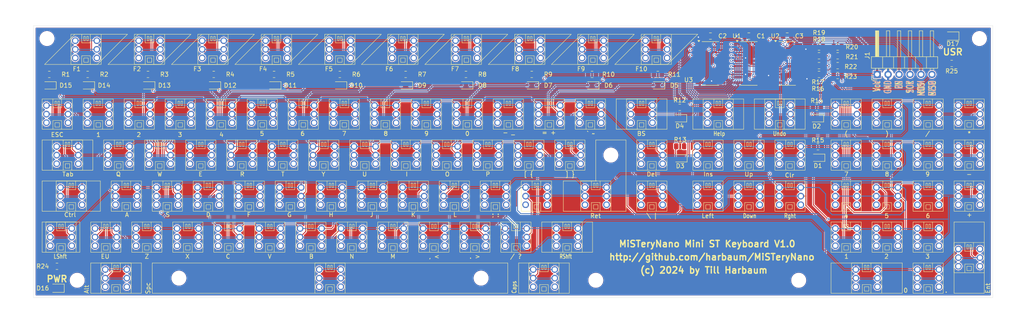
<source format=kicad_pcb>
(kicad_pcb (version 20240108) (generator "pcbnew") (generator_version "8.0")
  (layers (0 "F.Cu" signal) (31 "B.Cu" signal) (34 "B.Paste" user) (35 "F.Paste" user) (36 "B.SilkS" user "B.Silkscreen") (37 "F.SilkS" user "F.Silkscreen") (38 "B.Mask" user) (39 "F.Mask" user) (44 "Edge.Cuts" user))
  (net 0 "")
  (net 1 "GND")
  (net 2 "VCC")
  (net 4 "Net-(D1-A)")
  (net 10 "Net-(D17-K)")
  (net 13 "Net-(D1-K)")
  (net 16 "Net-(D2-A)")
  (net 17 "Net-(D2-K)")
  (net 18 "Net-(D3-K)")
  (net 19 "Net-(D3-A)")
  (net 23 "Net-(D4-A)")
  (net 201 "Net-(D4-K)")
  (net 202 "Net-(D5-A)")
  (net 203 "Net-(D5-K)")
  (net 204 "Net-(D6-A)")
  (net 205 "Net-(D6-K)")
  (net 206 "Net-(D7-K)")
  (net 207 "Net-(D7-A)")
  (net 208 "Net-(D8-K)")
  (net 209 "Net-(D8-A)")
  (net 210 "Net-(D9-A)")
  (net 211 "Net-(D9-K)")
  (net 212 "Net-(D10-A)")
  (net 213 "Net-(D10-K)")
  (net 214 "Net-(D11-K)")
  (net 215 "Net-(D11-A)")
  (net 216 "Net-(D12-A)")
  (net 217 "Net-(D12-K)")
  (net 218 "Net-(D13-K)")
  (net 219 "Net-(D13-A)")
  (net 220 "Net-(D14-A)")
  (net 221 "Net-(D14-K)")
  (net 222 "Net-(D15-A)")
  (net 223 "Net-(D15-K)")
  (net 224 "Net-(U2-D7)")
  (net 225 "Net-(U2-D6)")
  (net 226 "Net-(U2-D5)")
  (net 227 "Net-(U2-D4)")
  (net 228 "Net-(U2-D3)")
  (net 229 "Net-(U2-D2)")
  (net 230 "Net-(U2-D1)")
  (net 231 "Net-(U2-D0)")
  (net 232 "MOSI")
  (net 233 "EN")
  (net 234 "SCK")
  (net 235 "Net-(D16-K)")
  (net 236 "Net-(U1-QH')")
  (net 238 "MISO")
  (net 240 "Net-(D17-A)")
  (footprint "sw_dpdt_6pin:sw_7x7_dpdt_6pin" (layer "F.Cu") (at 245.5 105 90)
    (property "Reference" "SW83" (hide yes))
    (property "Value" "3")
  )
  (footprint "MountingHole:MountingHole_3mm" (layer "F.Cu") (at 71.937 114.5)
    (property "Reference" "H7" (hide yes))
    (property "Value" "MountingHole" (hide yes))
  )
  (footprint "sw_dpdt_6pin:sw_7x7_dpdt_6pin" (layer "F.Cu") (at 78.75 95.5 90)
    (property "Reference" "SW74" (hide yes))
    (property "Value" "D")
  )
  (footprint "Resistor_SMD:R_0805_2012Metric" (layer "F.Cu") (at 220.218 60.96 180)
    (property "Reference" "R19")
    (property "Value" "10k")
  )
  (footprint "sw_dpdt_6pin:sw_7x7_dpdt_6pin" (layer "F.Cu") (at 167.25 76.5 90)
    (property "Reference" "SW32" (hide yes))
    (property "Value" "` ~")
  )
  (footprint "sw_dpdt_6pin:sw_7x7_dpdt_6pin" (layer "F.Cu") (at 102.5 105 90)
    (property "Reference" "SW76" (hide yes))
    (property "Value" "B")
  )
  (footprint "Capacitor_SMD:C_0805_2012Metric" (layer "F.Cu") (at 212.852 58.42)
    (property "Reference" "C3")
    (property "Value" "100nF")
  )
  (footprint "sw_dpdt_6pin:sw_7x7_dpdt_6pin" (layer "F.Cu") (at 145.25 95.5 90)
    (property "Reference" "SW67" (hide yes))
    (property "Value" "; :")
  )
  (footprint "sw_dpdt_6pin:sw_7x7_dpdt_6pin" (layer "F.Cu") (at 88.25 95.5 90)
    (property "Reference" "SW63" (hide yes))
    (property "Value" "F")
  )
  (footprint "sw_dpdt_6pin:sw_7x7_dpdt_6pin" (layer "F.Cu") (at 226.5 105 90)
    (property "Reference" "SW81" (hide yes))
    (property "Value" "1")
  )
  (footprint "sw_dpdt_6pin:sw_7x7_dpdt_6pin" (layer "F.Cu") (at 255 76.5 90)
    (property "Reference" "SW25" (hide yes))
    (property "Value" "*")
  )
  (footprint "sw_dpdt_6pin:sw_7x7_dpdt_6pin" (layer "F.Cu") (at 47 95.5 90)
    (property "Reference" "SW48" (hide yes))
    (property "Value" "Ctrl")
  )
  (footprint "sw_dpdt_6pin:sw_7x7_dpdt_6pin" (layer "F.Cu") (at 116.75 95.5 90)
    (property "Reference" "SW65" (hide yes))
    (property "Value" "J")
  )
  (footprint "Resistor_SMD:R_0805_2012Metric" (layer "F.Cu") (at 50.8 67.31 180)
    (property "Reference" "R2")
    (property "Value" "10k")
  )
  (footprint "sw_dpdt_6pin:sw_7x7_dpdt_6pin" (layer "F.Cu") (at 135.75 95.5 90)
    (property "Reference" "SW66" (hide yes))
    (property "Value" "L")
  )
  (footprint "Diode_SMD:D_SOD-323" (layer "F.Cu") (at 64.77 69.85 180)
    (property "Reference" "D13")
    (property "Value" "1N4148WS")
  )
  (footprint "Diode_SMD:D_SOD-323" (layer "F.Cu") (at 41.91 69.85 180)
    (property "Reference" "D15")
    (property "Value" "1N4148WS")
  )
  (footprint "sw_dpdt_6pin:sw_7x7_dpdt_6pin" (layer "F.Cu") (at 110.25 76.5 90)
    (property "Reference" "SW29" (hide yes))
    (property "Value" "7")
  )
  (footprint "sw_dpdt_6pin:sw_7x7_dpdt_6pin" (layer "F.Cu") (at 83.5 105 90)
    (property "Reference" "SW75" (hide yes))
    (property "Value" "C")
  )
  (footprint "MountingHole:MountingHole_3mm" (layer "F.Cu") (at 215.514 115)
    (property "Reference" "H4" (hide yes))
    (property "Value" "MountingHole" (hide yes))
  )
  (footprint "Resistor_SMD:R_0805_2012Metric" (layer "F.Cu") (at 80.01 67.31 180)
    (property "Reference" "R4")
    (property "Value" "10k")
  )
  (footprint "Resistor_SMD:R_0805_2012Metric" (layer "F.Cu") (at 250.952 64.77 180)
    (property "Reference" "R25")
    (property "Value" "330")
  )
  (footprint "MountingHole:MountingHole_3mm" (layer "F.Cu") (at 41.375 59)
    (property "Reference" "H1" (hide yes))
    (property "Value" "MountingHole" (hide yes))
  )
  (footprint "sw_dpdt_6pin:sw_7x7_dpdt_6pin" (layer "F.Cu") (at 204 86 90)
    (property "Reference" "SW23" (hide yes))
    (property "Value" "Up")
  )
  (footprint "Diode_SMD:D_SOD-323" (layer "F.Cu") (at 188.053 86.741 180)
    (property "Reference" "D3")
    (property "Value" "1N4148WS")
  )
  (footprint "sw_dpdt_6pin:sw_7x7_dpdt_6pin" (layer "F.Cu") (at 121.5 105 90)
    (property "Reference" "SW89" (hide yes))
    (property "Value" "M")
  )
  (footprint "sw_dpdt_6pin:sw_7x7_dpdt_6pin" (layer "F.Cu") (at 245.5 114.5 90)
    (property "Reference" "SW94" (hide yes))
    (property "Value" ".")
  )
  (footprint "sw_dpdt_6pin:sw_7x7_dpdt_6pin" (layer "F.Cu") (at 58 86 90)
    (property "Reference" "SW49" (hide yes))
    (property "Value" "Q")
  )
  (footprint "sw_dpdt_6pin:sw_7x7_dpdt_6pin" (layer "F.Cu") (at 181.5 95.5 90)
    (property "Reference" "SW56" (hide yes))
    (property "Value" "\\ |")
  )
  (footprint "Resistor_SMD:R_0805_2012Metric" (layer "F.Cu") (at 167.64 67.31 180)
    (property "Reference" "R10")
    (property "Value" "10k")
  )
  (footprint "sw_dpdt_6pin:sw_7x7_dpdt_6pin" (layer "F.Cu") (at 138.525 61.5 90)
    (property "Reference" "SW7" (hide yes))
    (property "Value" "F7")
  )
  (footprint "sw_dpdt_6pin:sw_7x7_dpdt_6pin" (layer "F.Cu") (at 77 86 90)
    (property "Reference" "SW50" (hide yes))
    (property "Value" "E")
  )
  (footprint "sw_dpdt_6pin:sw_7x7_dpdt_6pin" (layer "F.Cu") (at 226.5 76.5 90)
    (property "Reference" "SW13" (hide yes))
    (property "Value" "(")
  )
  (footprint "sw_dpdt_6pin:sw_7x7_dpdt_6pin" (layer "F.Cu") (at 44.625 105 90)
    (property "Reference" "SW60" (hide yes))
    (property "Value" "LShft")
  )
  (footprint "Diode_SMD:D_SOD-323" (layer "F.Cu") (at 93.98 69.85 180)
    (property "Reference" "D11")
    (property "Value" "1N4148WS")
  )
  (footprint "sw_dpdt_6pin:sw_7x7_dpdt_6pin" (layer "F.Cu") (at 123.825 61.5 90)
    (property "Reference" "SW6" (hide yes))
    (property "Value" "F6")
  )
  (footprint "Package_SO:SOIC-16_3.9x9.9mm_P1.27mm" (layer "F.Cu") (at 203.962 64.77)
    (property "Reference" "U1")
    (property "Value" "74HC595")
  )
  (footprint "sw_dpdt_6pin:sw_7x7_dpdt_6pin" (layer "F.Cu") (at 43.75 76.5 90)
    (property "Reference" "SW15" (hide yes))
    (property "Value" "ESC")
  )
  (footprint "Resistor_SMD:R_0805_2012Metric" (layer "F.Cu") (at 220.218 67.31 180)
    (property "Reference" "R16")
    (property "Value" "10k")
  )
  (footprint "sw_dpdt_6pin:sw_7x7_dpdt_6pin" (layer "F.Cu") (at 97.75 95.5 90)
    (property "Reference" "SW52" (hide yes))
    (property "Value" "G")
  )
  (footprint "Capacitor_SMD:C_0805_2012Metric" (layer "F.Cu") (at 203.962 58.42 180)
    (property "Reference" "C1")
    (property "Value" "100nF")
  )
  (footprint "sw_dpdt_6pin:sw_7x7_dpdt_6pin" (layer "F.Cu") (at 69.25 95.5 90)
    (property "Reference" "SW62" (hide yes))
    (property "Value" "S")
  )
  (footprint "Diode_SMD:D_SOD-323" (layer "F.Cu") (at 219.676 77.47 180)
    (property "Reference" "D2")
    (property "Value" "1N4148WS")
  )
  (footprint "Resistor_SMD:R_0805_2012Metric" (layer "F.Cu") (at 219.964 84.074 180)
    (property "Reference" "R15")
    (property "Value" "10k")
  )
  (footprint "sw_dpdt_6pin:sw_7x7_dpdt_6pin" (layer "F.Cu") (at 179.125 76.5 90)
    (property "Reference" "SW22" (hide yes))
    (property "Value" "BS")
  )
  (footprint "sw_dpdt_6pin:sw_7x7_dpdt_6pin" (layer "F.Cu") (at 81.75 76.5 90)
    (property "Reference" "SW17" (hide yes))
    (property "Value" "4")
  )
  (footprint "sw_dpdt_6pin:sw_7x7_dpdt_6pin" (layer "F.Cu") (at 115 86 90)
    (property "Reference" "SW41" (hide yes))
    (property "Value" "U")
  )
  (footprint "sw_dpdt_6pin:sw_7x7_dpdt_6pin" (layer "F.Cu") (at 226.5 95.5 90)
    (property "Reference" "SW58" (hide yes))
    (property "Value" "4")
  )
  (footprint "Diode_SMD:D_SOD-323" (layer "F.Cu") (at 50.8 69.85 180)
    (property "Reference" "D14")
    (property "Value" "1N4148WS")
  )
  (footprint "sw_dpdt_6pin:sw_7x7_dpdt_6pin" (layer "F.Cu") (at 55 105 90)
    (property "Reference" "SW73" (hide yes))
    (property "Value" "EU")
  )
  (footprint "Diode_SMD:D_SOD-323" (layer "F.Cu") (at 124.46 69.85 180)
    (property "Reference" "D9")
    (property "Value" "1N4148WS")
  )
  (footprint "sw_dpdt_6pin:sw_7x7_dpdt_6pin" (layer "F.Cu") (at 154.75 95.5 90)
    (property "Reference" "SW80" (hide yes))
    (property "Value" "' \"")
  )
  (footprint "Resistor_SMD:R_0805_2012Metric" (layer "F.Cu") (at 153.67 67.31 180)
    (property "Reference" "R9")
    (property "Value" "10k")
  )
  (footprint "sw_dpdt_6pin:sw_7x7_dpdt_6pin" (layer "F.Cu") (at 138.75 76.5 90)
    (property "Reference" "SW20" (hide yes))
    (property "Value" "0")
  )
  (footprint "Resistor_SMD:R_0805_2012Metric" (layer "F.Cu") (at 41.91 67.31 180)
    (property "Reference" "R1")
    (property "Value" "10k")
  )
  (footprint "sw_dpdt_6pin:sw_7x7_dpdt_6pin" (layer "F.Cu") (at 62.75 76.5 90)
    (property "Reference" "SW16" (hide yes))
    (property "Value" "2")
  )
  (footprint "sw_dpdt_6pin:sw_7x7_dpdt_6pin" (layer "F.Cu") (at 231.25 114.5 90)
    (property "Reference" "SW93" (hide yes))
    (property "Value" "0")
  )
  (footprint "sw_dpdt_6pin:sw_7x7_dpdt_6pin" (layer "F.Cu") (at 119.75 76.5 90)
    (property "Reference" "SW19" (hide yes))
    (property "Value" "8")
  )
  (footprint "Resistor_SMD:R_0805_2012Metric" (layer "F.Cu") (at 220.218 65.278 180)
    (property "Reference" "R17")
    (property "Value" "10k")
  )
  (footprint "sw_dpdt_6pin:sw_7x7_dpdt_6pin" (layer "F.Cu") (at 124.5 86 90)
    (property "Reference" "SW53" (hide yes))
    (property "Value" "I")
  )
  (footprint "Package_SO:SOIC-16_3.9x9.9mm_P1.27mm" (layer "F.Cu") (at 195.072 64.77)
    (property "Reference" "U3")
    (property "Value" "74HC595")
  )
  (footprint "Resistor_SMD:R_0805_2012Metric" (layer "F.Cu") (at 220.218 62.992 180)
    (property "Reference" "R18")
    (property "Value" "10k")
  )
  (footprint "sw_dpdt_6pin:sw_7x7_dpdt_6pin" (layer "F.Cu") (at 74 105 90)
    (property "Reference" "SW86" (hide yes))
    (property "Value" "X")
  )
  (footprint "Diode_SMD:D_SOD-323" (layer "F.Cu") (at 187.96 77.47 180)
    (property "Reference" "D4")
    (property "Value" "1N4148WS")
  )
  (footprint "sw_dpdt_6pin:sw_7x7_dpdt_6pin" (layer "F.Cu") (at 129.25 76.5 90)
    (property "Reference" "SW30" (hide yes))
    (property "Value" "9")
  )
  (footprint "sw_dpdt_6pin:sw_7x7_dpdt_6pin" (layer "F.Cu") (at 236 76.5 90)
    (property "Reference" "SW24" (hide yes))
    (property "Value" ")")
  )
  (footprint "sw_dpdt_6pin:sw_7x7_dpdt_6pin" (layer "F.Cu") (at 153 86 90)
    (property "Reference" "SW43" (hide yes))
    (property "Value" "[ {")
  )
  (footprint "sw_dpdt_6pin:sw_7x7_dpdt_6pin" (layer "F.Cu") (at 213.5 86 90)
    (property "Reference" "SW34" (hide yes))
    (property "Value" "Clr")
  )
  (footprint "sw_dpdt_6pin:sw_7x7_dpdt_6pin" (layer "F.Cu") (at 211.125 76.5 90)
    (property "Reference" "SW12" (hide yes))
    (property "Value" "Undo")
  )
  (footprint "Diode_SMD:D_SOD-323" (layer "F.Cu") (at 138.43 69.85 180)
    (property "Reference" "D8")
    (property "Value" "1N4148WS")
  )
  (footprint "Diode_SMD:D_SOD-323" (layer "F.Cu") (at 219.964 86.614 180)
    (property "Reference" "D1")
    (property "Value" "1N4148WS")
  )
  (footprint "MountingHole:MountingHole_3mm" (layer "F.Cu") (at 168.514 115)
    (property "Reference" "H5" (hide yes))
    (property "Value" "MountingHole" (hide yes))
  )
  (footprint "sw_dpdt_6pin:sw_7x7_dpdt_6pin" (layer "F.Cu") (at 182.525 61.5 90)
    (property "Reference" "SW10" (hide yes))
    (property "Value" "F10")
  )
  (footprint "MountingHole:MountingHole_3mm" (layer "F.Cu") (at 257.375 59)
    (property "Reference" "H3" (hide yes))
    (property "Value" "MountingHole" (hide yes))
  )
  (footprint "sw_dpdt_6pin:sw_7x7_dpdt_6pin" (layer "F.Cu") (at 245.5 95.5 90)
    (property "Reference" "SW59" (hide yes))
    (property "Value" "6")
  )
  (footprint "sw_dpdt_6pin:sw_7x7_dpdt_6pin" (layer "F.Cu") (at 53.25 76.5 90)
    (property "Reference" "SW26" (hide yes))
    (property "Value" "1")
  )
  (footprint "sw_dpdt_6pin:sw_7x7_dpdt_6pin" (layer "F.Cu") (at 245.5 86 90)
    (property "Reference" "SW36" (hide yes))
    (property "Value" "9")
  )
  (footprint "sw_dpdt_6pin:sw_7x7_dpdt_6pin" (layer "F.Cu") (at 64.5 105 90)
    (property "Reference" "SW85" (hide yes))
    (property "Value" "Z")
  )
  (footprint "sw_dpdt_6pin:sw_7x7_dpdt_6pin" (layer "F.Cu") (at 140.5 105 90)
    (property "Reference" "SW79" (hide yes))
    (property "Value" ". >")
  )
  (footprint "sw_dpdt_6pin:sw_7x7_dpdt_6pin" (layer "F.Cu") (at 153.225 61.5 90)
    (property "Reference" "SW8" (hide yes))
    (property "Value" "F8")
  )
  (footprint "sw_dpdt_6pin:sw_7x7_dpdt_6pin" (layer "F.Cu") (at 245.5 76.5 90)
    (property "Reference" "SW14" (hide yes))
    (property "Value" "/")
  )
  (footprint "sw_dpdt_6pin:sw_7x7_dpdt_6pin" (layer "F.Cu") (at 65.125 61.5 90)
    (property "Reference" "SW2" (hide yes))
    (property "Value" "F2")
  )
  (footprint "Package_SO:SO-16_3.9x9.9mm_P1.27mm" (layer "F.Cu") (at 212.852 64.77)
    (property "Reference" "U2")
    (property "Value" "74HC165")
  )
  (footprint "Resistor_SMD:R_0805_2012Metric" (layer "F.Cu") (at 224.536 65.278 180)
    (property "Reference" "R22")
    (property "Value" "10k")
  )
  (footprint "sw_dpdt_6pin:sw_7x7_dpdt_6pin" (layer "F.Cu") (at 148.25 76.5 90)
    (property "Reference" "SW31" (hide yes))
    (property "Value" "- _")
  )
  (footprint "MountingHole:MountingHole_3mm" (layer "F.Cu") (at 141.938 114.5)
    (property "Reference" "H8" (hide yes))
    (property "Value" "MountingHole" (hide yes))
  )
  (footprint "Resistor_SMD:R_0805_2012Metric" (layer "F.Cu") (at 43.688 111.76 180)
    (property "Reference" "R24")
    (property "Value" "330")
  )
  (footprint "sw_dpdt_6pin:sw_7x7_dpdt_6pin" (layer "F.Cu") (at 105.5 86 90)
    (property "Reference" "SW40" (hide yes))
    (property "Value" "Y")
  )
  (footprint "MountingHole:MountingHole_3mm" (layer "F.Cu") (at 172 86)
    (property "Reference" "H6" (hide yes))
    (property "Value" "MountingHole" (hide yes))
  )
  (footprint "Capacitor_SMD:C_0805_2012Metric" (layer "F.Cu") (at 195.072 58.42 180)
    (property "Reference" "C2")
    (property "Value" "100nF")
  )
  (footprint "Resistor_SMD:R_0805_2012Metric" (layer "F.Cu") (at 93.98 67.31 180)
    (property "Reference" "R5")
    (property "Value" "10k")
  )
  (footprint "sw_dpdt_6pin:sw_7x7_dpdt_6pin" (layer "F.Cu") (at 168.5 95.5 90)
    (property "Reference" "SW68" (hide yes))
    (property "Value" "Ret")
  )
  (footprint "Resistor_SMD:R_0805_2012Metric" (layer "F.Cu") (at 138.43 67.31 180)
    (property "Reference" "R8")
    (property "Value" "10k")
  )
  (footprint "sw_dpdt_6pin:sw_7x7_dpdt_6pin" (layer "F.Cu") (at 162.5 86 90)
    (property "Reference" "SW55" (hide yes))
    (property "Value" "] }")
  )
  (footprint "sw_dpdt_6pin:sw_7x7_dpdt_6pin" (layer "F.Cu") (at 194.5 95.5 90)
    (property "Reference" "SW45" (hide yes))
    (property "Value" "Left")
  )
  (footprint "sw_dpdt_6pin:sw_7x7_dpdt_6pin" (layer "F.Cu") (at 196.875 76.5 90)
    (property "Reference" "SW11" (hide yes))
    (property "Value" "Help")
  )
  (footprint "sw_dpdt_6pin:sw_7x7_dpdt_6pin" (layer "F.Cu") (at 131 105 90)
    (property "Reference" "SW78" (hide yes))
    (property "Value" ", <")
  )
  (footprint "Resistor_SMD:R_0805_2012Metric" (layer "F.Cu") (at 188.053 83.947 180)
    (property "Reference" "R13")
    (property "Value" "10k")
  )
  (footprint "sw_dpdt_6pin:sw_7x7_dpdt_6pin" (layer "F.Cu") (at 67.5 86 90)
    (property "Reference" "SW38" (hide yes))
    (property "Value" "W")
  )
  (footprint "Resistor_SMD:R_0805_2012Metric" (layer "F.Cu") (at 224.536 60.96 180)
    (property "Reference" "R20")
    (property "Value" "10k")
  )
  (footprint "sw_dpdt_6pin:sw_7x7_dpdt_6pin" (layer "F.Cu") (at 57.375 114.5 90)
    (property "Reference" "SW72" (hide yes))
    (property "Value" "Alt")
  )
  (footprint "sw_dpdt_6pin:sw_7x7_dpdt_6pin" (layer "F.Cu") (at 86.5 86 90)
    (property "Reference" "SW39" (hide yes))
    (property "Value" "R")
  )
  (footprint "sw_dpdt_6pin:sw_7x7_dpdt_6pin" (layer "F.Cu") (at 126.25 95.5 90)
    (property "Reference" "SW77" (hide yes))
    (property "Value" "K")
  )
  (footprint "sw_dpdt_6pin:sw_7x7_dpdt_6pin" (layer "F.Cu") (at 72.25 76.5 90)
    (property "Reference" "SW27" (hide yes))
    (property "Value" "3")
  )
  (footprint "sw_dpdt_6pin:sw_7x7_dpdt_6pin" (layer "F.Cu") (at 134 86 90)
    (property "Reference" "SW42" (hide yes))
    (property "Value" "O")
  )
  (footprint "sw_dpdt_6pin:sw_7x7_dpdt_6pin" (layer "F.Cu") (at 96 86 90)
    (property "Reference" "SW51" (hide yes))
    (property "Value" "T")
  )
  (footprint "Resistor_SMD:R_0805_2012Metric" (layer "F.Cu") (at 182.88 67.31 180)
    (property "Reference" "R11")
    (property "Value" "10k")
  )
  (footprint "Connector_PinHeader_2.54mm:PinHeader_1x06_P2.54mm_Horizontal" (layer "F.Cu") (at 233.68 67.31 90)
    (property "Reference" "J1")
    (property "Value" "SPI")
  )
  (footprint "sw_dpdt_6pin:sw_7x7_dpdt_6pin" (layer "F.Cu") (at 112 105 90)
    (property "Reference" "SW88" (hide yes))
    (property "Value" "N")
  )
  (footprint "sw_dpdt_6pin:sw_7x7_dpdt_6pin" (layer "F.Cu") (at 255 109.75 90)
    (property "Reference" "SW95" (hide yes))
    (property "Value" "Ent")
  )
  (footprint "sw_dpdt_6pin:sw_7x7_dpdt_6pin" (layer "F.Cu") (at 100.75 76.5 90)
    (property "Reference" "SW18" (hide yes))
    (property "Value" "6")
  )
  (footprint "Diode_SMD:D_SOD-323" (layer "F.Cu") (at 109.22 69.85 180)
    (property "Reference" "D10")
    (property "Value" "1N4148WS")
  )
  (footprint "sw_dpdt_6pin:sw_7x7_dpdt_6pin" (layer "F.Cu") (at 236 86 90)
    (property "Reference" "SW46" (hide yes))
    (property "Value" "8")
  )
  (footprint "Diode_SMD:D_SOD-323" (layer "F.Cu") (at 167.64 69.85 180)
    (property "Reference" "D6")
    (property "Value" "1N4148WS")
  )
  (footprint "sw_dpdt_6pin:sw_7x7_dpdt_6pin" (layer "F.Cu") (at 91.25 76.5 90)
    (property "Reference" "SW28" (hide yes))
    (property "Value" "5")
  )
  (footprint "sw_dpdt_6pin:sw_7x7_dpdt_6pin" (layer "F.Cu") (at 109.225 61.5 90)
    (property "Reference" "SW5" (hide yes))
    (property "Value" "F5")
  )
  (footprint "sw_dpdt_6pin:sw_7x7_dpdt_6pin" (layer "F.Cu") (at 50.425 61.5 90)
    (property "Reference" "SW1" (hide yes))
    (property "Value" "F1")
  )
  (footprint "Resistor_SMD:R_0805_2012Metric" (layer "F.Cu") (at 124.46 67.31 180)
    (property "Reference" "R7")
    (property "Value" "10k")
  )
  (footprint "sw_dpdt_6pin:sw_7x7_dpdt_6pin" (layer "F.Cu") (at 161.875 105 90)
    (property "Reference" "SW84" (hide yes))
    (property "Value" "RShft")
  )
  (footprint "sw_dpdt_6pin:sw_7x7_dpdt_6pin" (layer "F.Cu") (at 236 95.5 90)
    (property "Reference" "SW70" (hide yes))
    (property "Value" "5")
  )
  (footprint "Resistor_SMD:R_0805_2012Metric" (layer "F.Cu") (at 187.96 74.93 180)
    (property "Reference" "R12")
    (property "Value" "10k")
  )
  (footprint "sw_dpdt_6pin:sw_7x7_dpdt_6pin" (layer "F.Cu") (at 181.5 86 90)
    (property "Reference" "SW33" (hide yes))
    (property "Value" "Del")
  )
  (footprint "Resistor_SMD:R_0805_2012Metric" (layer "F.Cu") (at 219.71 74.93 180)
    (property "Reference" "R14")
    (property "Value" "10k")
  )
  (footprint "sw_dpdt_6pin:sw_7x7_dpdt_6pin" (layer "F.Cu") (at 143.5 86 90)
    (property "Reference" "SW54" (hide yes))
    (property "Value" "P")
  )
  (footprint "sw_dpdt_6pin:sw_7x7_dpdt_6pin" (layer "F.Cu") (at 93 105 90)
    (property "Reference" "SW87" (hide yes))
    (property "Value" "V")
  )
  (footprint "sw_dpdt_6pin:sw_7x7_dpdt_6pin" (layer "F.Cu") (at 156.5 114.5 90)
    (property "Reference" "SW91" (hide yes))
    (property "Value" "Caps")
  )
  (footprint "sw_dpdt_6pin:sw_7x7_dpdt_6pin" (layer "F.Cu") (at 59.75 95.5 90)
    (property "Reference" "SW61" (hide yes))
    (property "Value" "A")
  )
  (footprint "Diode_SMD:D_SOD-323" (layer "F.Cu") (at 153.67 69.85 180)
    (property "Reference" "D7")
    (property "Value" "1N4148WS")
  )
  (footprint "sw_dpdt_6pin:sw_7x7_dpdt_6pin" (layer "F.Cu") (at 194.5 86 90)
    (property "Reference" "SW44" (hide yes))
    (property "Value" "Ins")
  )
  (footprint "sw_dpdt_6pin:sw_7x7_dpdt_6pin" (layer "F.Cu") (at 79.825 61.5 90)
    (property "Reference" "SW3" (hide yes))
    (property "Value" "F3")
  )
  (footprint "sw_dpdt_6pin:sw_7x7_dpdt_6pin" (layer "F.Cu") (at 106.9375 114.5 90)
    (property "Reference" "SW90" (hide yes))
    (property "Value" "Spc")
  )
  (footprint "sw_dpdt_6pin:sw_7x7_dpdt_6pin" (layer "F.Cu") (at 255 95.5 90)
    (property "Reference" "SW71" (hide yes))
    (property "Value" "+")
  )
  (footprint "sw_dpdt_6pin:sw_7x7_dpdt_6pin" (layer "F.Cu") (at 107.25 95.5 90)
    (property "Reference" "SW64" (hide yes))
    (property "Value" "H")
  )
  (footprint "sw_dpdt_6pin:sw_7x7_dpdt_6pin" (layer "F.Cu") (at 213.5 95.5 90)
    (property "Reference" "SW69" (hide yes))
    (property "Value" "Rght")
  )
  (footprint "sw_dpdt_6pin:sw_7x7_dpdt_6pin" (layer "F.Cu") (at 157.75 76.5 90)
    (property "Reference" "SW21" (hide yes))
    (property "Value" "= +")
  )
  (footprint "Diode_SMD:D_SOD-323" (layer "F.Cu") (at 80.01 69.85 180)
    (property "Reference" "D12")
    (property "Value" "1N4148WS")
  )
  (footprint "Resistor_SMD:R_0805_2012Metric" (layer "F.Cu") (at 64.77 67.31 180)
    (property "Reference" "R3")
    (property "Value" "10k")
  )
  (footprint "Diode_SMD:D_SOD-323" (layer "F.Cu") (at 182.88 69.85 180)
    (property "Reference" "D5")
    (property "Value" "1N4148WS")
  )
  (footprint "sw_dpdt_6pin:sw_7x7_dpdt_6pin" (layer "F.Cu") (at 255 86 90)
    (property "Reference" "SW47" (hide yes))
    (property "Value" "-")
  )
  (footprint "Resistor_SMD:R_0805_2012Metric" (layer "F.Cu") (at 224.536 62.992 180)
    (property "Reference" "R21")
    (property "Value" "10k")
  )
  (footprint "sw_dpdt_6pin:sw_7x7_dpdt_6pin" (layer "F.Cu") (at 204 95.5 90)
    (property "Reference" "SW57" (hide yes))
    (property "Value" "Down")
  )
  (footprint "sw_dpdt_6pin:sw_7x7_dpdt_6pin" (layer "F.Cu") (at 46.125 86 90)
    (property "Reference" "SW37" (hide yes))
    (property "Value" "Tab")
  )
  (footprint "sw_dpdt_6pin:sw_7x7_dpdt_6pin" (layer "F.Cu") (at 94.525 61.5 90)
    (property "Reference" "SW4" (hide yes))
    (property "Value" "F4")
  )
  (footprint "LED_SMD:LED_0805_2012Metric" (layer "F.Cu") (at 250.952 58.42 180)
    (property "Reference" "D17")
    (property "Value" "USER LED")
  )
  (footprint "MountingHole:MountingHole_3mm" (layer "F.Cu") (at 48.375 115)
    (property "Reference" "H2" (hide yes))
    (property "Value" "MountingHole" (hide yes))
  )
  (footprint "Resistor_SMD:R_0805_2012Metric" (layer "F.Cu") (at 224.536 67.564 180)
    (property "Reference" "R23")
    (property "Value" "10k")
  )
  (footprint "sw_dpdt_6pin:sw_7x7_dpdt_6pin" (layer "F.Cu") (at 236 105 90)
    (property "Reference" "SW82" (hide yes))
    (property "Value" "2")
  )
  (footprint "MountingHole:MountingHole_3mm" (layer "F.Cu") (at 141.938 114.5)
    (property "Reference" "H8" (hide yes))
    (property "Value" "MountingHole" (hide yes))
  )
  (footprint "sw_dpdt_6pin:sw_7x7_dpdt_6pin" (layer "F.Cu") (at 226.5 86 90)
    (property "Reference" "SW35" (hide yes))
    (property "Value" "7")
  )
  (footprint "sw_dpdt_6pin:sw_7x7_dpdt_6pin" (layer "F.Cu") (at 167.825 61.5 90)
    (property "Reference" "SW9" (hide yes))
    (property "Value" "F9")
  )
  (footprint "Resistor_SMD:R_0805_2012Metric" (layer "F.Cu") (at 109.22 67.31 180)
    (property "Reference" "R6")
    (property "Value" "10k")
  )
  (footprint "LED_SMD:LED_0805_2012Metric" (layer "F.Cu") (at 43.688 116.84 180)
    (property "Reference" "D16")
    (property "Value" "PWR LED")
  )
  (footprint "sw_dpdt_6pin:sw_7x7_dpdt_6pin" (layer "F.Cu") (at 150 105 90)
    (property "Reference" "SW92" (hide yes))
    (property "Value" "/ ?")
  )
  (gr_line (start 173.25 80) (end 185 80.000001) (stroke (width 0.1)) (layer "F.SilkS"))
  (gr_line (start 70.225 65) (end 77.225 58) (stroke (width 0.1)) (layer "F.SilkS"))
  (gr_line (start 175.5 99) (end 161 99) (stroke (width 0.1)) (layer "F.SilkS"))
  (gr_line (start 49 101.5) (end 49 108.5) (stroke (width 0.1)) (layer "F.SilkS"))
  (gr_line (start 185.125 65) (end 172.925 65) (stroke (width 0.1)) (layer "F.SilkS"))
  (gr_line (start 202.75 73) (end 202.75 80) (stroke (width 0.1)) (layer "F.SilkS"))
  (gr_line (start 40.25 82.5) (end 52 82.500001) (stroke (width 0.1)) (layer "F.SilkS"))
  (gr_line (start 65.75 111) (end 148.125 110.999999) (stroke (width 0.1)) (layer "F.SilkS"))
  (gr_line (start 150.625 118) (end 150.625 110.999999) (stroke (width 0.1)) (layer "F.SilkS"))
  (gr_line (start 156 101.499999) (end 167.75 101.5) (stroke (width 0.1)) (layer "F.SilkS"))
  (gr_line (start 258.5 118) (end 251.5 118) (stroke (width 0.1)) (layer "F.SilkS"))
  (gr_line (start 143.625 65) (end 150.625 58) (stroke (width 0.1)) (layer "F.SilkS"))
  (gr_line (start 205.25 72.999999) (end 217 73) (stroke (width 0.1)) (layer "F.SilkS"))
  (gr_line (start 167.75 101.5) (end 167.75 108.5) (stroke (width 0.1)) (layer "F.SilkS"))
  (gr_line (start 55.525 65) (end 62.525 58) (stroke (width 0.1)) (layer "F.SilkS"))
  (gr_line (start 258.5 101.5) (end 258.5 118) (stroke (width 0.1)) (layer "F.SilkS"))
  (gr_line (start 161 99) (end 161 92) (stroke (width 0.1)) (layer "F.SilkS"))
  (gr_line (start 60.025 58) (end 53.025 65) (stroke (width 0.1)) (layer "F.SilkS"))
  (gr_line (start 217 80) (end 205.25 80) (stroke (width 0.1)) (layer "F.SilkS"))
  (gr_line (start 40.25 101.5) (end 40.25 108.5) (stroke (width 0.1)) (layer "F.SilkS"))
  (gr_line (start 114.225 65) (end 121.225 58) (stroke (width 0.1)) (layer "F.SilkS"))
  (gr_line (start 168.5 92) (end 168.5 82.5) (stroke (width 0.1)) (layer "F.SilkS"))
  (gr_line (start 118.825 58) (end 111.825 65) (stroke (width 0.1)) (layer "F.SilkS"))
  (gr_line (start 177.425 58) (end 170.425 65) (stroke (width 0.1)) (layer "F.SilkS"))
  (gr_line (start 84.925 65) (end 91.925 58) (stroke (width 0.1)) (layer "F.SilkS"))
  (gr_line (start 40.25 89.5) (end 52 89.500001) (stroke (width 0.1)) (layer "F.SilkS"))
  (gr_line (start 40.825 65) (end 47.825 58) (stroke (width 0.1)) (layer "F.SilkS"))
  (gr_line (start 63.25 111) (end 63.25 118) (stroke (width 0.1)) (layer "F.SilkS"))
  (gr_line (start 192.125 58) (end 185.125 65) (stroke (width 0.1)) (layer "F.SilkS"))
  (gr_line (start 104.125 58) (end 97.125 65) (stroke (width 0.1)) (layer "F.SilkS"))
  (gr_line (start 53.75 92) (end 40.25 92) (stroke (width 0.1)) (layer "F.SilkS"))
  (gr_line (start 47.825 58) (end 60.025 58) (stroke (width 0.1)) (layer "F.SilkS"))
  (gr_line (start 217 73) (end 217 80) (stroke (width 0.1)) (layer "F.SilkS"))
  (gr_line (start 63.25 118) (end 51.5 118) (stroke (width 0.1)) (layer "F.SilkS"))
  (gr_line (start 223 118) (end 223 111) (stroke (width 0.1)) (layer "F.SilkS"))
  (gr_line (start 141.125 65) (end 128.925 65) (stroke (width 0.1)) (layer "F.SilkS"))
  (gr_line (start 49 101.5) (end 40.25 101.5) (stroke (width 0.1)) (layer "F.SilkS"))
  (gr_line (start 49 108.5) (end 40.25 108.5) (stroke (width 0.1)) (layer "F.SilkS"))
  (gr_line (start 82.425 65) (end 70.225 65) (stroke (width 0.1)) (layer "F.SilkS"))
  (gr_line (start 111.825 65) (end 99.625 65) (stroke (width 0.1)) (layer "F.SilkS"))
  (gr_line (start 162.375 111) (end 162.375 118) (stroke (width 0.1)) (layer "F.SilkS"))
  (gr_line (start 251.5 118) (end 251.5 101.5) (stroke (width 0.1)) (layer "F.SilkS"))
  (gr_line (start 170.425 65) (end 158.225 65) (stroke (width 0.1)) (layer "F.SilkS"))
  (gr_line (start 167.75 108.5) (end 156 108.5) (stroke (width 0.1)) (layer "F.SilkS"))
  (gr_line (start 173.25 73) (end 173.25 80) (stroke (width 0.1)) (layer "F.SilkS"))
  (gr_line (start 77.225 58) (end 89.425 58) (stroke (width 0.1)) (layer "F.SilkS"))
  (gr_line (start 99.625 65) (end 106.625 58) (stroke (width 0.1)) (layer "F.SilkS"))
  (gr_line (start 150.625 58) (end 162.825 58) (stroke (width 0.1)) (layer "F.SilkS"))
  (gr_line (start 179.925 58) (end 192.125 58) (stroke (width 0.1)) (layer "F.SilkS"))
  (gr_line (start 172.925 65) (end 179.925 58) (stroke (width 0.1)) (layer "F.SilkS"))
  (gr_line (start 205.25 80) (end 205.25 72.999999) (stroke (width 0.1)) (layer "F.SilkS"))
  (gr_line (start 91.925 58) (end 104.125 58) (stroke (width 0.1)) (layer "F.SilkS"))
  (gr_line (start 148.125 58) (end 141.125 65) (stroke (width 0.1)) (layer "F.SilkS"))
  (gr_line (start 133.425 58) (end 126.425 65) (stroke (width 0.1)) (layer "F.SilkS"))
  (gr_line (start 62.525 58) (end 74.725 58) (stroke (width 0.1)) (layer "F.SilkS"))
  (gr_line (start 165.225 58) (end 177.425 58) (stroke (width 0.1)) (layer "F.SilkS"))
  (gr_line (start 135.925 58) (end 148.125 58) (stroke (width 0.1)) (layer "F.SilkS"))
  (gr_line (start 89.425 58) (end 82.425 65) (stroke (width 0.1)) (layer "F.SilkS"))
  (gr_line (start 40.25 92) (end 40.25 99) (stroke (width 0.1)) (layer "F.SilkS"))
  (gr_line (start 239.5 111) (end 239.5 118) (stroke (width 0.1)) (layer "F.SilkS"))
  (gr_line (start 162.375 118) (end 150.625 118) (stroke (width 0.1)) (layer "F.SilkS"))
  (gr_line (start 223 111) (end 239.5 111) (stroke (width 0.1)) (layer "F.SilkS"))
  (gr_line (start 51.5 110.999999) (end 63.25 111) (stroke (width 0.1)) (layer "F.SilkS"))
  (gr_line (start 251.5 101.5) (end 258.5 101.5) (stroke (width 0.1)) (layer "F.SilkS"))
  (gr_line (start 158.225 65) (end 165.225 58) (stroke (width 0.1)) (layer "F.SilkS"))
  (gr_line (start 53.025 65) (end 40.825 65) (stroke (width 0.1)) (layer "F.SilkS"))
  (gr_line (start 239.5 118) (end 223 118) (stroke (width 0.1)) (layer "F.SilkS"))
  (gr_line (start 185 80) (end 185 73) (stroke (width 0.1)) (layer "F.SilkS"))
  (gr_line (start 106.625 58) (end 118.825 58) (stroke (width 0.1)) (layer "F.SilkS"))
  (gr_line (start 126.425 65) (end 114.225 65) (stroke (width 0.1)) (layer "F.SilkS"))
  (gr_line (start 97.125 65) (end 84.925 65) (stroke (width 0.1)) (layer "F.SilkS"))
  (gr_line (start 156 108.5) (end 156 101.499999) (stroke (width 0.1)) (layer "F.SilkS"))
  (gr_line (start 150.625 110.999999) (end 162.375 111) (stroke (width 0.1)) (layer "F.SilkS"))
  (gr_line (start 53.75 99) (end 40.25 99) (stroke (width 0.1)) (layer "F.SilkS"))
  (gr_line (start 148.125 110.999999) (end 148.125 118) (stroke (width 0.1)) (layer "F.SilkS"))
  (gr_line (start 173.25 73) (end 185 73.000001) (stroke (width 0.1)) (layer "F.SilkS"))
  (gr_line (start 191 80) (end 191 72.999999) (stroke (width 0.1)) (layer "F.SilkS"))
  (gr_line (start 74.725 58) (end 67.725 65) (stroke (width 0.1)) (layer "F.SilkS"))
  (gr_line (start 51.5 118) (end 51.5 110.999999) (stroke (width 0.1)) (layer "F.SilkS"))
  (gr_line (start 155.825 65) (end 143.625 65) (stroke (width 0.1)) (layer "F.SilkS"))
  (gr_line (start 53.75 92) (end 53.75 99) (stroke (width 0.1)) (layer "F.SilkS"))
  (gr_line (start 65.75 118) (end 148.125 118) (stroke (width 0.1)) (layer "F.SilkS"))
  (gr_line (start 175.5 82.5) (end 175.5 99) (stroke (width 0.1)) (layer "F.SilkS"))
  (gr_line (start 52 89.500001) (end 52 82.500001) (stroke (width 0.1)) (layer "F.SilkS"))
  (gr_line (start 168.5 82.5) (end 175.5 82.5) (stroke (width 0.1)) (layer "F.SilkS"))
  (gr_line (start 67.725 65) (end 55.525 65) (stroke (width 0.1)) (layer "F.SilkS"))
  (gr_line (start 202.75 80) (end 191 80) (stroke (width 0.1)) (layer "F.SilkS"))
  (gr_line (start 65.75 111) (end 65.75 118) (stroke (width 0.1)) (layer "F.SilkS"))
  (gr_line (start 121.225 58) (end 133.425 58) (stroke (width 0.1)) (layer "F.SilkS"))
  (gr_line (start 128.925 65) (end 135.925 58) (stroke (width 0.1)) (layer "F.SilkS"))
  (gr_line (start 191 72.999999) (end 202.75 73) (stroke (width 0.1)) (layer "F.SilkS"))
  (gr_line (start 161 92) (end 168.75 92) (stroke (width 0.1)) (layer "F.SilkS"))
  (gr_line (start 162.825 58) (end 155.825 65) (stroke (width 0.1)) (layer "F.SilkS"))
  (gr_line (start 40.25 82.5) (end 40.25 89.5) (stroke (width 0.1)) (layer "F.SilkS"))
  (gr_rect (start 38.25 56) (end 260.5 119) (stroke (width 0.05)) (fill none) (layer "Edge.Cuts"))
  (gr_text "Vcc\nGND\nEN\nSCK\nMOSI\nMISO" (at 247.396 68.58 90) (layer "B.SilkS") (effects (font (size 1.6 1) (thickness 0.2) (bold yes)) (justify left bottom mirror)))
  (gr_text "Vcc\nGND\nEN\nSCK\nMOSI\nMISO" (at 247.396 68.58 90) (layer "F.SilkS") (effects (font (size 1.6 1) (thickness 0.2) (bold yes)) (justify right bottom)))
  (gr_text "MiSTeryNano Mini ST Keyboard V1.0" (at 194.31 107.442 0) (layer "F.SilkS") (effects (font (size 1.5 1.5) (thickness 0.3) (bold yes)) (justify bottom)))
  (gr_text "USR" (at 251.206 62.992 0) (layer "F.SilkS") (effects (font (size 1.5 1.5) (thickness 0.3) (bold yes)) (justify bottom)))
  (gr_text "http://github.com/harbaum/MiSTeryNano" (at 171.45 110.49 0) (layer "F.SilkS") (effects (font (size 1.5 1.5) (thickness 0.3) (bold yes)) (justify left bottom)))
  (gr_text "PWR" (at 43.688 115.57 0) (layer "F.SilkS") (effects (font (size 1.5 1.5) (thickness 0.3) (bold yes)) (justify bottom)))
  (gr_text "(c) 2024 by Till Harbaum" (at 193.548 113.538 0) (layer "F.SilkS") (effects (font (size 1.5 1.5) (thickness 0.3) (bold yes)) (justify bottom)))
  (segment (start 206.437 64.135) (end 205.105 64.135) (width 0.2) (layer "F.Cu") (net 1))
  (segment (start 205.105 64.135) (end 203.012 62.042) (width 0.2) (layer "F.Cu") (net 1))
  (segment (start 192.597 69.215) (end 193.391448 69.215) (width 0.2) (layer "F.Cu") (net 1))
  (segment (start 211.902 58.486) (end 211.902 58.42) (width 0.2) (layer "F.Cu") (net 1))
  (segment (start 203.012 62.042) (end 203.012 58.42) (width 0.2) (layer "F.Cu") (net 1))
  (segment (start 210.277 69.215) (end 211.151999 69.215) (width 0.2) (layer "F.Cu") (net 1))
  (via (at 192.278 58.674) (size 0.6) (drill 0.3) (layers "F.Cu" "B.Cu") (net 1))
  (via (at 217.424 68.326) (size 0.6) (drill 0.3) (layers "F.Cu" "B.Cu") (net 1))
  (via (at 203.2 67.31) (size 0.6) (drill 0.3) (layers "F.Cu" "B.Cu") (net 1))
  (via (at 201.168 58.42) (size 0.6) (drill 0.3) (layers "F.Cu" "B.Cu") (net 1))
  (via (at 208.534 67.564) (size 0.6) (drill 0.3) (layers "F.Cu" "B.Cu") (net 1))
  (via (at 195.326 68.834) (size 0.6) (drill 0.3) (layers "F.Cu" "B.Cu") (net 1))
  (via (at 203.2 63.5) (size 0.6) (drill 0.3) (layers "F.Cu" "B.Cu") (net 1))
  (via (at 217.17 61.468) (size 0.6) (drill 0.3) (layers "F.Cu" "B.Cu") (net 1))
  (segment (start 206.437 60.325) (end 206.437 60.293) (width 0.2) (layer "F.Cu") (net 2))
  (segment (start 222.504 67.31) (end 221.1305 67.31) (width 0.2) (layer "F.Cu") (net 2))
  (segment (start 94.8925 67.31) (end 94.8925 57.15) (width 0.2) (layer "F.Cu") (net 2))
  (segment (start 195.834 58.608) (end 196.022 58.42) (width 0.2) (layer "F.Cu") (net 2))
  (segment (start 196.022 57.216) (end 196.088 57.15) (width 0.2) (layer "F.Cu") (net 2))
  (segment (start 219.964 83.1615) (end 220.8765 84.074) (width 0.2) (layer "F.Cu") (net 2))
  (segment (start 219.964 83.1615) (end 219.964 75.5885) (width 0.2) (layer "F.Cu") (net 2))
  (segment (start 225.4485 60.96) (end 225.4485 62.992) (width 0.2) (layer "F.Cu") (net 2))
  (segment (start 50.8 57.15) (end 52.07 57.15) (width 0.2) (layer "F.Cu") (net 2))
  (segment (start 204.912 58.768) (end 204.912 58.42) (width 0.2) (layer "F.Cu") (net 2))
  (segment (start 80.9225 67.31) (end 80.9225 57.15) (width 0.2) (layer "F.Cu") (net 2))
  (segment (start 213.802 58.42) (end 213.802 57.311) (width 0.5) (layer "F.Cu") (net 2))
  (segment (start 110.1325 67.31) (end 110.1325 57.15) (width 0.2) (layer "F.Cu") (net 2))
  (segment (start 183.134 57.245) (end 183.039 57.15) (width 0.2) (layer "F.Cu") (net 2))
  (segment (start 204.912 60.293) (end 204.944 60.325) (width 0.2) (layer "F.Cu") (net 2))
  (segment (start 195.834 65.278) (end 195.834 67.31) (width 0.2) (layer "F.Cu") (net 2))
  (segment (start 124.46 66.3975) (end 124.46 57.15) (width 0.2) (layer "F.Cu") (net 2))
  (segment (start 110.1325 57.15) (end 110.49 57.15) (width 0.2) (layer "F.Cu") (net 2))
  (segment (start 196.022 60.325) (end 196.022 58.8) (width 0.5) (layer "F.Cu") (net 2))
  (segment (start 168.5525 67.31) (end 168.5525 57.15) (width 0.2) (layer "F.Cu") (net 2))
  (segment (start 195.874471 60.325) (end 195.834 60.365471) (width 0.2) (layer "F.Cu") (net 2))
  (segment (start 183.039 57.15) (end 168.91 57.15) (width 0.2) (layer "F.Cu") (net 2))
  (segment (start 187.96 78.994) (end 188.9655 79.9995) (width 0.2) (layer "F.Cu") (net 2))
  (segment (start 52.07 57.15) (end 66.04 57.15) (width 0.2) (layer "F.Cu") (net 2))
  (segment (start 42.7505 116.84) (end 42.7505 116.078) (width 0.2) (layer "F.Cu") (net 2))
  (segment (start 51.7125 57.15) (end 52.07 57.15) (width 0.2) (layer "F.Cu") (net 2))
  (segment (start 42.7505 116.078) (end 39.624 112.9515) (width 0.2) (layer "F.Cu") (net 2))
  (segment (start 66.04 57.15) (end 81.28 57.15) (width 0.2) (layer "F.Cu") (net 2))
  (segment (start 196.022 58.8) (end 196.022 58.42) (width 0.2) (layer "F.Cu") (net 2))
  (segment (start 204.912 60.293) (end 204.912 58.768) (width 0.5) (layer "F.Cu") (net 2))
  (segment (start 197.547 60.325) (end 196.022 60.325) (width 0.5) (layer "F.Cu") (net 2))
  (segment (start 39.624 112.9515) (end 39.624 66.294) (width 0.2) (layer "F.Cu") (net 2))
  (segment (start 227.933 57.245) (end 213.868 57.245) (width 0.5) (layer "F.Cu") (net 2))
  (segment (start 213.802 58.7) (end 213.802 58.42) (width 0.2) (layer "F.Cu") (net 2))
  (segment (start 42.8225 61.4445) (end 42.8225 67.31) (width 0.5) (layer "F.Cu") (net 2))
  (segment (start 39.624 66.294) (end 40.386 65.532) (width 0.2) (layer "F.Cu") (net 2))
  (segment (start 221.1305 65.278) (end 222.504 65.278) (width 0.2) (layer "F.Cu") (net 2))
  (segment (start 154.5825 67.31) (end 154.5825 57.15) (width 0.2) (layer "F.Cu") (net 2))
  (segment (start 188.9655 79.9995) (end 188.9655 83.947) (width 0.2) (layer "F.Cu") (net 2))
  (segment (start 65.6825 67.31) (end 65.6825 57.15) (width 0.2) (layer "F.Cu") (net 2))
  (segment (start 204.912 58.42) (end 204.912 57.311) (width 0.5) (layer "F.Cu") (net 2))
  (segment (start 225.4485 65.278) (end 225.4485 67.564) (width 0.2) (layer "F.Cu") (net 2))
  (segment (start 196.022 58.42) (end 196.022 57.311) (width 0.5) (layer "F.Cu") (net 2))
  (segment (start 196.022 60.325) (end 195.874471 60.325) (width 0.2) (layer "F.Cu") (net 2))
  (segment (start 204.912 57.311) (end 205.073 57.15) (width 0.2) (layer "F.Cu") (net 2))
  (segment (start 154.94 57.15) (end 168.91 57.15) (width 0.2) (layer "F.Cu") (net 2))
  (segment (start 42.8225 65.532) (end 42.8225 66.294) (width 0.2) (layer "F.Cu") (net 2))
  (segment (start 205.359 67.945) (end 204.978 67.564) (width 0.2) (layer "F.Cu") (net 2))
  (segment (start 233.68 62.992) (end 227.933 57.245) (width 0.5) (layer "F.Cu") (net 2))
  (segment (start 81.28 57.15) (end 95.25 57.15) (width 0.2) (layer "F.Cu") (net 2))
  (segment (start 139.7 57.15) (end 154.94 57.15) (width 0.2) (layer "F.Cu") (net 2))
  (segment (start 47.022 57.245) (end 42.8225 61.4445) (width 0.5) (layer "F.Cu") (net 2))
  (segment (start 206.437 67.945) (end 205.359 67.945) (width 0.2) (layer "F.Cu") (net 2))
  (segment (start 220.6225 73.64303) (end 220.6225 74.93) (width 0.2) (layer "F.Cu") (net 2))
  (segment (start 196.469 67.945) (end 197.547 67.945) (width 0.2) (layer "F.Cu") (net 2))
  (segment (start 204.912 57.311) (end 204.978 57.245) (width 0.2) (layer "F.Cu") (net 2))
  (segment (start 204.944 60.325) (end 206.437 60.325) (width 0.2) (layer "F.Cu") (net 2))
  (segment (start 225.4485 67.564) (end 225.4485 68.7305) (width 0.2) (layer "F.Cu") (net 2))
  (segment (start 213.802 57.311) (end 213.868 57.245) (width 0.2) (layer "F.Cu") (net 2))
  (segment (start 168.5525 57.15) (end 168.91 57.15) (width 0.2) (layer "F.Cu") (net 2))
  (segment (start 40.386 65.532) (end 42.8225 65.532) (width 0.2) (layer "F.Cu") (net 2))
  (segment (start 233.68 67.31) (end 233.68 62.992) (width 0.5) (layer "F.Cu") (net 2))
  (segment (start 183.7925 65.4285) (end 183.134 64.77) (width 0.2) (layer "F.Cu") (net 2))
  (segment (start 110.49 57.15) (end 124.46 57.15) (width 0.2) (layer "F.Cu") (net 2))
  (segment (start 186.69 72.7475) (end 188.8725 74.93) (width 0.2) (layer "F.Cu") (net 2))
  (segment (start 183.7925 67.31) (end 185.42 67.31) (width 0.2) (layer "F.Cu") (net 2))
  (segment (start 94.8925 57.15) (end 95.25 57.15) (width 0.2) (layer "F.Cu") (net 2))
  (segment (start 195.834 67.31) (end 196.469 67.945) (width 0.2) (layer "F.Cu") (net 2))
  (segment (start 213.868 57.245) (end 204.978 57.245) (width 0.5) (layer "F.Cu") (net 2))
  (segment (start 183.134 64.77) (end 183.134 57.245) (width 0.2) (layer "F.Cu") (net 2))
  (segment (start 188.8725 74.93) (end 187.96 75.8425) (width 0.2) (layer "F.Cu") (net 2))
  (segment (start 213.802 57.179) (end 213.773 57.15) (width 0.2) (layer "F.Cu") (net 2))
  (segment (start 225.4485 68.7305) (end 225.552 68.834) (width 0.2) (layer "F.Cu") (net 2))
  (segment (start 65.6825 57.15) (end 66.04 57.15) (width 0.2) (layer "F.Cu") (net 2))
  (segment (start 154.5825 57.15) (end 154.94 57.15) (width 0.2) (layer "F.Cu") (net 2))
  (segment (start 225.4485 62.992) (end 225.4485 65.278) (width 0.2) (layer "F.Cu") (net 2))
  (segment (start 204.978 57.245) (end 47.022 57.245) (width 0.5) (layer "F.Cu") (net 2))
  (segment (start 186.69 68.58) (end 186.69 72.7475) (width 0.2) (layer "F.Cu") (net 2))
  (segment (start 187.96 75.8425) (end 187.96 78.994) (width 0.2) (layer "F.Cu") (net 2))
  (segment (start 221.1305 60.96) (end 221.1305 62.992) (width 0.2) (layer "F.Cu") (net 2))
  (segment (start 183.7925 67.31) (end 183.7925 65.4285) (width 0.2) (layer "F.Cu") (net 2))
  (segment (start 51.7125 67.31) (end 51.7125 57.15) (width 0.2) (layer "F.Cu") (net 2))
  (segment (start 125.3725 67.31) (end 124.46 66.3975) (width 0.2) (layer "F.Cu") (net 2))
  (segment (start 80.9225 57.15) (end 81.28 57.15) (width 0.2) (layer "F.Cu") (net 2))
  (segment (start 219.964 75.5885) (end 220.6225 74.93) (width 0.2) (layer "F.Cu") (net 2))
  (segment (start 95.25 57.15) (end 110.49 57.15) (width 0.2) (layer "F.Cu") (net 2))
  (segment (start 139.3425 67.31) (end 139.3425 57.15) (width 0.2) (layer "F.Cu") (net 2))
  (segment (start 221.1305 62.992) (end 222.504 62.992) (width 0.2) (layer "F.Cu") (net 2))
  (segment (start 185.42 67.31) (end 186.69 68.58) (width 0.2) (layer "F.Cu") (net 2))
  (segment (start 220.555735 73.576265) (end 220.6225 73.64303) (width 0.2) (layer "F.Cu") (net 2))
  (segment (start 124.46 57.15) (end 139.7 57.15) (width 0.2) (layer "F.Cu") (net 2))
  (segment (start 206.437 60.293) (end 204.912 60.293) (width 0.5) (layer "F.Cu") (net 2))
  (segment (start 215.427 60.325) (end 213.802 58.7) (width 0.5) (layer "F.Cu") (net 2))
  (segment (start 49.8875 57.15) (end 50.8 57.15) (width 0.2) (layer "F.Cu") (net 2))
  (segment (start 139.3425 57.15) (end 139.7 57.15) (width 0.2) (layer "F.Cu") (net 2))
  (via (at 196.022 60.325) (size 0.6) (drill 0.3) (layers "F.Cu" "B.Cu") (net 2))
  (via (at 220.555735 73.576265) (size 0.6) (drill 0.3) (layers "F.Cu" "B.Cu") (net 2))
  (via (at 195.834 65.278) (size 0.6) (drill 0.3) (layers "F.Cu" "B.Cu") (net 2))
  (via (at 225.552 68.834) (size 0.6) (drill 0.3) (layers "F.Cu" "B.Cu") (net 2))
  (via (at 222.504 62.992) (size 0.6) (drill 0.3) (layers "F.Cu" "B.Cu") (net 2))
  (via (at 204.912 60.293) (size 0.6) (drill 0.3) (layers "F.Cu" "B.Cu") (net 2))
  (via (at 204.978 67.564) (size 0.6) (drill 0.3) (layers "F.Cu" "B.Cu") (net 2))
  (via (at 222.504 65.278) (size 0.6) (drill 0.3) (layers "F.Cu" "B.Cu") (net 2))
  (via (at 222.504 67.31) (size 0.6) (drill 0.3) (layers "F.Cu" "B.Cu") (net 2))
  (segment (start 220.555735 73.576265) (end 220.555735 69.258265) (width 0.2) (layer "B.Cu") (net 2))
  (segment (start 195.488 64.932) (end 195.834 65.278) (width 0.2) (layer "B.Cu") (net 2))
  (segment (start 225.552 67.31) (end 233.68 67.31) (width 0.2) (layer "B.Cu") (net 2))
  (segment (start 196.022 62.082471) (end 195.488 62.616471) (width 0.2) (layer "B.Cu") (net 2))
  (segment (start 195.488 62.616471) (end 195.488 64.932) (width 0.2) (layer "B.Cu") (net 2))
  (segment (start 222.504 67.31) (end 222.504 65.278) (width 0.2) (layer "B.Cu") (net 2))
  (segment (start 196.022 60.325) (end 196.022 62.082471) (width 0.2) (layer "B.Cu") (net 2))
  (segment (start 225.552 68.834) (end 225.552 67.31) (width 0.2) (layer "B.Cu") (net 2))
  (segment (start 204.978 67.564) (end 204.978 60.359) (width 0.2) (layer "B.Cu") (net 2))
  (segment (start 204.978 60.359) (end 204.912 60.293) (width 0.2) (layer "B.Cu") (net 2))
  (segment (start 222.504 67.31) (end 225.552 67.31) (width 0.2) (layer "B.Cu") (net 2))
  (segment (start 222.504 65.278) (end 222.504 62.992) (width 0.2) (layer "B.Cu") (net 2))
  (segment (start 220.555735 69.258265) (end 222.504 67.31) (width 0.2) (layer "B.Cu") (net 2))
  (segment (start 218.914 86.614) (end 218.914 84.2115) (width 0.2) (layer "F.Cu") (net 4))
  (segment (start 255.986 76.5) (end 255.524 76.962) (width 0.2) (layer "F.Cu") (net 4))
  (segment (start 218.914 86.614) (end 218.914 97.502) (width 0.2) (layer "F.Cu") (net 4))
  (segment (start 218.914 97.502) (end 222.25 100.838) (width 0.2) (layer "F.Cu") (net 4))
  (segment (start 257.5 76.5) (end 255.986 76.5) (width 0.2) (layer "F.Cu") (net 4))
  (segment (start 218.914 84.2115) (end 219.0515 84.074) (width 0.2) (layer "F.Cu") (net 4))
  (segment (start 255.524 95.504) (end 255.524 86) (width 0.2) (layer "F.Cu") (net 4))
  (segment (start 255.524 95.504) (end 255.524 109.093) (width 0.2) (layer "F.Cu") (net 4))
  (segment (start 255.524 76.962) (end 255.524 86) (width 0.2) (layer "F.Cu") (net 4))
  (segment (start 257.5 95.5) (end 255.528 95.5) (width 0.2) (layer "F.Cu") (net 4))
  (segment (start 256.181 109.75) (end 257.5 109.75) (width 0.2) (layer "F.Cu") (net 4))
  (segment (start 255.524 109.093) (end 256.181 109.75) (width 0.2) (layer "F.Cu") (net 4))
  (segment (start 255.524 86) (end 257.5 86) (width 0.2) (layer "F.Cu") (net 4))
  (segment (start 255.528 95.5) (end 255.524 95.504) (width 0.2) (layer "F.Cu") (net 4))
  (via (at 222.25 100.838) (size 0.6) (drill 0.3) (layers "F.Cu" "B.Cu") (net 4))
  (segment (start 248 105) (end 243 105) (width 0.2) (layer "B.Cu") (net 4))
  (segment (start 248 105) (end 249.076 105) (width 0.2) (layer "B.Cu") (net 4))
  (segment (start 252.5 109.75) (end 257.5 109.75) (width 0.2) (layer "B.Cu") (net 4))
  (segment (start 250.19 95.5) (end 248 95.5) (width 0.2) (layer "B.Cu") (net 4))
  (segment (start 252.5 95.5) (end 248 95.5) (width 0.2) (layer "B.Cu") (net 4))
  (segment (start 252.5 86) (end 248 86) (width 0.2) (layer "B.Cu") (net 4))
  (segment (start 250.19 103.886) (end 250.19 100.838) (width 0.2) (layer "B.Cu") (net 4))
  (segment (start 252.5 76.5) (end 248 76.5) (width 0.2) (layer "B.Cu") (net 4))
  (segment (start 250.19 100.838) (end 250.19 95.5) (width 0.2) (layer "B.Cu") (net 4))
  (segment (start 248 86) (end 243 86) (width 0.2) (layer "B.Cu") (net 4))
  (segment (start 222.25 100.838) (end 249.062 100.838) (width 0.2) (layer "B.Cu") (net 4))
  (segment (start 248 95.5) (end 243 95.5) (width 0.2) (layer "B.Cu") (net 4))
  (segment (start 249.062 100.838) (end 250.19 100.838) (width 0.2) (layer "B.Cu") (net 4))
  (segment (start 249.076 105) (end 250.19 103.886) (width 0.2) (layer "B.Cu") (net 4))
  (segment (start 243 76.5) (end 248 76.5) (width 0.2) (layer "B.Cu") (net 4))
  (segment (start 252.5 86) (end 257.5 86) (width 0.2) (layer "B.Cu") (net 4))
  (segment (start 257.5 95.5) (end 252.5 95.5) (width 0.2) (layer "B.Cu") (net 4))
  (segment (start 257.5 76.5) (end 252.5 76.5) (width 0.2) (layer "B.Cu") (net 4))
  (segment (start 251.8645 64.77) (end 251.8645 58.445) (width 0.2) (layer "F.Cu") (net 10))
  (segment (start 251.8645 58.445) (end 251.8895 58.42) (width 0.2) (layer "F.Cu") (net 10))
  (segment (start 222.25 85.378) (end 222.25 73.152) (width 0.2) (layer "F.Cu") (net 13))
  (segment (start 221.014 86.614) (end 222.25 85.378) (width 0.2) (layer "F.Cu") (net 13))
  (segment (start 192.335686 72.136) (end 190.938 70.738314) (width 0.2) (layer "F.Cu") (net 13))
  (segment (start 190.938 70.738314) (end 190.938 68.326) (width 0.2) (layer "F.Cu") (net 13))
  (segment (start 222.25 73.152) (end 221.234 72.136) (width 0.2) (layer "F.Cu") (net 13))
  (segment (start 192.47 67.818) (end 192.597 67.945) (width 0.2) (layer "F.Cu") (net 13))
  (segment (start 191.446 67.818) (end 192.47 67.818) (width 0.2) (layer "F.Cu") (net 13))
  (segment (start 190.938 68.326) (end 191.446 67.818) (width 0.2) (layer "F.Cu") (net 13))
  (segment (start 221.234 72.136) (end 192.335686 72.136) (width 0.2) (layer "F.Cu") (net 13))
  (segment (start 240.284 104.96) (end 241.3 105.976) (width 0.2) (layer "F.Cu") (net 16))
  (segment (start 240.244 105) (end 238.5 105) (width 0.2) (layer "F.Cu") (net 16))
  (segment (start 218.626 76.454) (end 218.626 75.1015) (width 0.2) (layer "F.Cu") (net 16))
  (segment (start 236.982 86) (end 236.982 93.982) (width 0.2) (layer "F.Cu") (net 16))
  (segment (start 236.982 78.018) (end 236.982 86) (width 0.2) (layer "F.Cu") (net 16))
  (segment (start 240.284 96.774) (end 240.284 104.96) (width 0.2) (layer "F.Cu") (net 16))
  (segment (start 238.5 76.5) (end 236.982 78.018) (width 0.2) (layer "F.Cu") (net 16))
  (segment (start 236.982 86) (end 238.5 86) (width 0.2) (layer "F.Cu") (net 16))
  (segment (start 240.284 104.96) (end 240.244 105) (width 0.2) (layer "F.Cu") (net 16))
  (segment (start 238.5 95.5) (end 239.01 95.5) (width 0.2) (layer "F.Cu") (net 16))
  (segment (start 241.3 112.8) (end 243 114.5) (width 0.2) (layer "F.Cu") (net 16))
  (segment (start 236.982 93.982) (end 238.5 95.5) (width 0.2) (layer "F.Cu") (net 16))
  (segment (start 218.626 75.1015) (end 218.7975 74.93) (width 0.2) (layer "F.Cu") (net 16))
  (segment (start 241.3 105.976) (end 241.3 112.8) (width 0.2) (layer "F.Cu") (net 16))
  (segment (start 239.01 95.5) (end 240.284 96.774) (width 0.2) (layer "F.Cu") (net 16))
  (segment (start 218.626 77.47) (end 218.626 76.454) (width 0.2) (layer "F.Cu") (net 16))
  (via (at 218.626 76.454) (size 0.6) (drill 0.3) (layers "F.Cu" "B.Cu") (net 16))
  (segment (start 218.672 76.5) (end 218.626 76.454) (width 0.2) (layer "B.Cu") (net 16))
  (segment (start 229 86) (end 233.5 86) (width 0.2) (layer "B.Cu") (net 16))
  (segment (start 233.5 95.5) (end 238.5 95.5) (width 0.2) (layer "B.Cu") (net 16))
  (segment (start 229 76.5) (end 233.5 76.5) (width 0.2) (layer "B.Cu") (net 16))
  (segment (start 233.5 105) (end 238.5 105) (width 0.2) (layer "B.Cu") (net 16))
  (segment (start 224 95.5) (end 229 95.5) (width 0.2) (layer "B.Cu") (net 16))
  (segment (start 224 76.5) (end 218.672 76.5) (width 0.2) (layer "B.Cu") (net 16))
  (segment (start 233.5 76.5) (end 238.5 76.5) (width 0.2) (layer "B.Cu") (net 16))
  (segment (start 224 76.5) (end 229 76.5) (width 0.2) (layer "B.Cu") (net 16))
  (segment (start 224 86) (end 229 86) (width 0.2) (layer "B.Cu") (net 16))
  (segment (start 229 95.5) (end 233.5 95.5) (width 0.2) (layer "B.Cu") (net 16))
  (segment (start 243 114.5) (end 248 114.5) (width 0.2) (layer "B.Cu") (net 16))
  (segment (start 233.5 86) (end 238.5 86) (width 0.2) (layer "B.Cu") (net 16))
  (segment (start 192.597 66.675) (end 191.389 66.675) (width 0.2) (layer "F.Cu") (net 17))
  (segment (start 190.538 70.904) (end 192.17 72.536) (width 0.2) (layer "F.Cu") (net 17))
  (segment (start 191.389 66.675) (end 190.538 67.526) (width 0.2) (layer "F.Cu") (net 17))
  (segment (start 221.85 76.854) (end 221.234 77.47) (width 0.2) (layer "F.Cu") (net 17))
  (segment (start 192.17 72.536) (end 221.068314 72.536) (width 0.2) (layer "F.Cu") (net 17))
  (segment (start 221.85 73.317686) (end 221.85 76.854) (width 0.2) (layer "F.Cu") (net 17))
  (segment (start 221.068314 72.536) (end 221.85 73.317686) (width 0.2) (layer "F.Cu") (net 17))
  (segment (start 221.234 77.47) (end 220.726 77.47) (width 0.2) (layer "F.Cu") (net 17))
  (segment (start 190.538 67.526) (end 190.538 70.904) (width 0.2) (layer "F.Cu") (net 17))
  (segment (start 189.103 86.741) (end 189.846 85.998) (width 0.2) (layer "F.Cu") (net 18))
  (segment (start 191.360157 65.405) (end 192.597 65.405) (width 0.2) (layer "F.Cu") (net 18))
  (segment (start 190.138 71.069686) (end 190.138 66.627157) (width 0.2) (layer "F.Cu") (net 18))
  (segment (start 189.846 85.998) (end 189.846 78.886) (width 0.2) (layer "F.Cu") (net 18))
  (segment (start 190.138 66.627157) (end 191.360157 65.405) (width 0.2) (layer "F.Cu") (net 18))
  (segment (start 189.846 78.886) (end 192.024 76.708) (width 0.2) (layer "F.Cu") (net 18))
  (segment (start 192.024 72.955686) (end 190.138 71.069686) (width 0.2) (layer "F.Cu") (net 18))
  (segment (start 192.024 76.708) (end 192.024 72.955686) (width 0.2) (layer "F.Cu") (net 18))
  (segment (start 228.75 114.5) (end 228.696 114.554) (width 0.2) (layer "F.Cu") (net 19))
  (segment (start 217.17 95.5) (end 216 95.5) (width 0.2) (layer "F.Cu") (net 19))
  (segment (start 217.17 97.671895) (end 217.17 95.5) (width 0.2) (layer "F.Cu") (net 19))
  (segment (start 187.003 88.197) (end 187.003 86.741) (width 0.2) (layer "F.Cu") (net 19))
  (segment (start 217.17 80.045) (end 217.17 86) (width 0.2) (layer "F.Cu") (net 19))
  (segment (start 189.992 88.392) (end 187.198 88.392) (width 0.2) (layer "F.Cu") (net 19))
  (segment (start 221.742 109.22) (end 221.742 105) (width 0.2) (layer "F.Cu") (net 19))
  (segment (start 228.696 114.554) (end 227.076 114.554) (width 0.2) (layer "F.Cu") (net 19))
  (segment (start 217.17 86) (end 217.17 95.5) (width 0.2) (layer "F.Cu") (net 19))
  (segment (start 221.742 102.243895) (end 217.17 97.671895) (width 0.2) (layer "F.Cu") (net 19))
  (segment (start 208.625 76.5) (end 213.625 76.5) (width 0.2) (layer "F.Cu") (net 19))
  (segment (start 217.17 86) (end 216 86) (width 0.2) (layer "F.Cu") (net 19))
  (segment (start 191.77 81.28) (end 190.246 82.804) (width 0.2) (layer "F.Cu") (net 19))
  (segment (start 208.625 76.5) (end 207.472 76.5) (width 0.2) (layer "F.Cu") (net 19))
  (segment (start 190.246 82.804) (end 190.246 88.138) (width 0.2) (layer "F.Cu") (net 19))
  (segment (start 202.692 81.28) (end 191.77 81.28) (width 0.2) (layer "F.Cu") (net 19))
  (segment (start 187.003 84.0845) (end 187.1405 83.947) (width 0.2) (layer "F.Cu") (net 19))
  (segment (start 207.472 76.5) (end 202.692 81.28) (width 0.2) (layer "F.Cu") (net 19))
  (segment (start 213.625 76.5) (end 217.17 80.045) (width 0.2) (layer "F.Cu") (net 19))
  (segment (start 197 95.5) (end 201.5 95.5) (width 0.2) (layer "F.Cu") (net 19))
  (segment (start 187.003 85.517) (end 187.003 86.741) (width 0.2) (layer "F.Cu") (net 19))
  (segment (start 221.742 105) (end 221.742 102.243895) (width 0.2) (layer "F.Cu") (net 19))
  (segment (start 187.198 88.392) (end 187.003 88.197) (width 0.2) (layer "F.Cu") (net 19))
  (segment (start 187.003 86.741) (end 187.003 84.0845) (width 0.2) (layer "F.Cu") (net 19))
  (segment (start 221.742 105) (end 224 105) (width 0.2) (layer "F.Cu") (net 19))
  (segment (start 190.246 88.138) (end 189.992 88.392) (width 0.2) (layer "F.Cu") (net 19))
  (segment (start 227.076 114.554) (end 221.742 109.22) (width 0.2) (layer "F.Cu") (net 19))
  (segment (start 197 95.5) (end 192 95.5) (width 0.2) (layer "B.Cu") (net 19))
  (segment (start 216 95.5) (end 211 95.5) (width 0.2) (layer "B.Cu") (net 19))
  (segment (start 211 86) (end 216 86) (width 0.2) (layer "B.Cu") (net 19))
  (segment (start 206.5 86) (end 211 86) (width 0.2) (layer "B.Cu") (net 19))
  (segment (start 211 95.5) (end 206.5 95.5) (width 0.2) (layer "B.Cu") (net 19))
  (segment (start 201.5 95.5) (end 206.5 95.5) (width 0.2) (layer "B.Cu") (net 19))
  (segment (start 201.5 86) (end 206.5 86) (width 0.2) (layer "B.Cu") (net 19))
  (segment (start 224 105) (end 229 105) (width 0.2) (layer "B.Cu") (net 19))
  (segment (start 228.75 114.5) (end 233.75 114.5) (width 0.2) (layer "B.Cu") (net 19))
  (segment (start 153.562 103.938) (end 152.5 105) (width 0.2) (layer "F.Cu") (net 23))
  (segment (start 186.91 76.5) (end 186.91 77.47) (width 0.2) (layer "F.Cu") (net 23))
  (segment (start 182.938 87.062) (end 184 86) (width 0.2) (layer "F.Cu") (net 23))
  (segment (start 182.938 94.438) (end 182.938 87.062) (width 0.2) (layer "F.Cu") (net 23))
  (segment (start 181.625 76.5) (end 186.91 76.5) (width 0.2) (layer "F.Cu") (net 23))
  (segment (start 182.687 84.897) (end 182.687 77.562) (width 0.2) (layer "F.Cu") (net 23))
  (segment (start 153.562 96.812) (end 153.562 103.938) (width 0.2) (layer "F.Cu") (net 23))
  (segment (start 147.5 105) (end 152.5 105) (width 0.2) (layer "F.Cu") (net 23))
  (segment (start 182.687 77.562) (end 181.625 76.5) (width 0.2) (layer "F.Cu") (net 23))
  (segment (start 152.25 95.5) (end 153.562 96.812) (width 0.2) (layer "F.Cu") (net 23))
  (segment (start 184 95.5) (end 182.938 94.438) (width 0.2) (layer "F.Cu") (net 23))
  (segment (start 186.91 77.47) (end 186.91 75.0675) (width 0.2) (layer "F.Cu") (net 23))
  (segment (start 186.91 75.0675) (end 187.0475 74.93) (width 0.2) (layer "F.Cu") (net 23))
  (segment (start 183.79 86) (end 182.687 84.897) (width 0.2) (layer "F.Cu") (net 23))
  (segment (start 184 86) (end 183.79 86) (width 0.2) (layer "F.Cu") (net 23))
  (segment (start 166 95.5) (end 171 95.5) (width 0.2) (layer "B.Cu") (net 23))
  (segment (start 171 95.5) (end 179 95.5) (width 0.2) (layer "B.Cu") (net 23))
  (segment (start 192 86) (end 197 86) (width 0.2) (layer "B.Cu") (net 23))
  (segment (start 181.625 76.5) (end 199.375 76.5) (width 0.2) (layer "B.Cu") (net 23))
  (segment (start 157.25 95.5) (end 166 95.5) (width 0.2) (layer "B.Cu") (net 23))
  (segment (start 179 95.5) (end 184 95.5) (width 0.2) (layer "B.Cu") (net 23))
  (segment (start 152.25 95.5) (end 157.25 95.5) (width 0.2) (layer "B.Cu") (net 23))
  (segment (start 184 86) (end 192 86) (width 0.2) (layer "B.Cu") (net 23))
  (segment (start 184 86) (end 179 86) (width 0.2) (layer "B.Cu") (net 23))
  (segment (start 176.625 76.5) (end 181.625 76.5) (width 0.2) (layer "B.Cu") (net 23))
  (segment (start 190.5 77.47) (end 191.624 76.346) (width 0.2) (layer "F.Cu") (net 201))
  (segment (start 191.624 73.121372) (end 189.738 71.235372) (width 0.2) (layer "F.Cu") (net 201))
  (segment (start 189.738 65.786) (end 191.389 64.135) (width 0.2) (layer "F.Cu") (net 201))
  (segment (start 189.738 71.235372) (end 189.738 65.786) (width 0.2) (layer "F.Cu") (net 201))
  (segment (start 189.01 77.47) (end 190.5 77.47) (width 0.2) (layer "F.Cu") (net 201))
  (segment (start 191.389 64.135) (end 192.597 64.135) (width 0.2) (layer "F.Cu") (net 201))
  (segment (start 191.624 76.346) (end 191.624 73.121372) (width 0.2) (layer "F.Cu") (net 201))
  (segment (start 162.814 76.962) (end 162.814 85.09) (width 0.2) (layer "F.Cu") (net 202))
  (segment (start 160.25 76.5) (end 158.496 74.746) (width 0.2) (layer "F.Cu") (net 202))
  (segment (start 144.78 106.78) (end 143 105) (width 0.2) (layer "F.Cu") (net 202))
  (segment (start 181.9675 63.4425) (end 180.025 61.5) (width 0.2) (layer "F.Cu") (net 202))
  (segment (start 155.062 90.562) (end 155.062 113.438) (width 0.2) (layer "F.Cu") (net 202))
  (segment (start 154 114.5) (end 152.4 112.9) (width 0.2) (layer "F.Cu") (net 202))
  (segment (start 158.496 72.644) (end 160.02 71.12) (width 0.2) (layer "F.Cu") (net 202))
  (segment (start 152.4 112.9) (end 148.402314 112.9) (width 0.2) (layer "F.Cu") (net 202))
  (segment (start 164.704 76.454) (end 163.322 76.454) (width 0.2) (layer "F.Cu") (net 202))
  (segment (start 142.75 95.5) (end 141.224 97.026) (width 0.2) (layer "F.Cu") (net 202))
  (segment (start 181.83 67.4475) (end 181.9675 67.31) (width 0.2) (layer "F.Cu") (net 202))
  (segment (start 160.02 71.12) (end 172.72 71.12) (width 0.2) (layer "F.Cu") (net 202))
  (segment (start 163.724 86) (end 165 86) (width 0.2) (layer "F.Cu") (net 202))
  (segment (start 150.5 86) (end 155.062 90.562) (width 0.2) (layer "F.Cu") (net 202))
  (segment (start 141.224 103.224) (end 143 105) (width 0.2) (layer "F.Cu") (net 202))
  (segment (start 163.322 76.454) (end 162.814 76.962) (width 0.2) (layer "F.Cu") (net 202))
  (segment (start 173.99 69.85) (end 181.83 69.85) (width 0.2) (layer "F.Cu") (net 202))
  (segment (start 181.9675 67.31) (end 181.9675 63.4425) (width 0.2) (layer "F.Cu") (net 202))
  (segment (start 158.496 74.746) (end 158.496 72.644) (width 0.2) (layer "F.Cu") (net 202))
  (segment (start 172.72 71.12) (end 173.99 69.85) (width 0.2) (layer "F.Cu") (net 202))
  (segment (start 181.83 69.85) (end 181.83 67.4475) (width 0.2) (layer "F.Cu") (net 202))
  (segment (start 144.78 109.277686) (end 144.78 106.78) (width 0.2) (layer "F.Cu") (net 202))
  (segment (start 162.814 85.09) (end 163.724 86) (width 0.2) (layer "F.Cu") (net 202))
  (segment (start 141.224 97.026) (end 141.224 103.224) (width 0.2) (layer "F.Cu") (net 202))
  (segment (start 155.062 113.438) (end 154 114.5) (width 0.2) (layer "F.Cu") (net 202))
  (segment (start 148.402314 112.9) (end 144.78 109.277686) (width 0.2) (layer "F.Cu") (net 202))
  (segment (start 164.75 76.5) (end 164.704 76.454) (width 0.2) (layer "F.Cu") (net 202))
  (segment (start 147.75 95.5) (end 142.75 95.5) (width 0.2) (layer "B.Cu") (net 202))
  (segment (start 150.5 86) (end 155.5 86) (width 0.2) (layer "B.Cu") (net 202))
  (segment (start 164.75 76.5) (end 169.75 76.5) (width 0.2) (layer "B.Cu") (net 202))
  (segment (start 155.25 76.5) (end 160.25 76.5) (width 0.2) (layer "B.Cu") (net 202))
  (segment (start 180.025 61.5) (end 185.025 61.5) (width 0.2) (layer "B.Cu") (net 202))
  (segment (start 155.5 86) (end 160 86) (width 0.2) (layer "B.Cu") (net 202))
  (segment (start 154 114.5) (end 159 114.5) (width 0.2) (layer "B.Cu") (net 202))
  (segment (start 160.25 76.5) (end 164.75 76.5) (width 0.2) (layer "B.Cu") (net 202))
  (segment (start 160 86) (end 165 86) (width 0.2) (layer "B.Cu") (net 202))
  (segment (start 138 105) (end 143 105) (width 0.2) (layer "B.Cu") (net 202))
  (segment (start 183.93 69.609998) (end 183.93 69.85) (width 0.2) (layer "F.Cu") (net 203))
  (segment (start 190.408 62.865) (end 192.597 62.865) (width 0.2) (layer "F.Cu") (net 203))
  (segment (start 185.019998 68.52) (end 183.93 69.609998) (width 0.2) (layer "F.Cu") (net 203))
  (via (at 185.019998 68.52) (size 0.6) (drill 0.3) (layers "F.Cu" "B.Cu") (net 203))
  (via (at 190.408 62.865) (size 0.6) (drill 0.3) (layers "F.Cu" "B.Cu") (net 203))
  (segment (start 185.087372 68.52) (end 185.019998 68.52) (width 0.2) (layer "B.Cu") (net 203))
  (segment (start 190.138 63.469372) (end 185.087372 68.52) (width 0.2) (layer "B.Cu") (net 203))
  (segment (start 190.408 62.865) (end 190.138 63.135) (width 0.2) (layer "B.Cu") (net 203))
  (segment (start 190.138 63.135) (end 190.138 63.469372) (width 0.2) (layer "B.Cu") (net 203))
  (segment (start 166.7275 67.31) (end 166.7275 62.9025) (width 0.2) (layer "F.Cu") (net 204))
  (segment (start 159.302157 69.85) (end 166.59 69.85) (width 0.2) (layer "F.Cu") (net 204))
  (segment (start 157.48 71.672157) (end 159.302157 69.85) (width 0.2) (layer "F.Cu") (net 204))
  (segment (start 126.902 105) (end 128.5 105) (width 0.2) (layer "F.Cu") (net 204))
  (segment (start 124.206 110.998) (end 125.984 109.22) (width 0.2) (layer "F.Cu") (net 204))
  (segment (start 135.188 84.688) (end 136.5 86) (width 0.2) (layer "F.Cu") (net 204))
  (segment (start 135.188 83.810105) (end 140.05821 78.939895) (width 0.2) (layer "F.Cu") (net 204))
  (segment (start 114.3 110.998) (end 124.206 110.998) (width 0.2) (layer "F.Cu") (net 204))
  (segment (start 166.7275 62.9025) (end 165.325 61.5) (width 0.2) (layer "F.Cu") (net 204))
  (segment (start 166.59 67.4475) (end 166.7275 67.31) (width 0.2) (layer "F.Cu") (net 204))
  (segment (start 134.562 96.812) (end 134.562 103.938) (width 0.2) (layer "F.Cu") (net 204))
  (segment (start 166.59 69.85) (end 166.59 67.4475) (width 0.2) (layer "F.Cu") (net 204))
  (segment (start 125.984 109.22) (end 125.984 105.918) (width 0.2) (layer "F.Cu") (net 204))
  (segment (start 150.75 76.5) (end 150.796 76.454) (width 0.2) (layer "F.Cu") (net 204))
  (segment (start 136.5 86) (end 135.438 87.062) (width 0.2) (layer "F.Cu") (net 204))
  (segment (start 140.05821 78.939895) (end 140.05821 77.69179) (width 0.2) (layer "F.Cu") (net 204))
  (segment (start 151.638 76.454) (end 152.908 77.724) (width 0.2) (layer "F.Cu") (net 204))
  (segment (start 133.25 95.5) (end 134.562 96.812) (width 0.2) (layer "F.Cu") (net 204))
  (segment (start 110.798 114.5) (end 114.3 110.998) (width 0.2) (layer "F.Cu") (net 204))
  (segment (start 135.188 84.688) (end 135.188 83.810105) (width 0.2) (layer "F.Cu") (net 204))
  (segment (start 134.562 103.938) (end 133.5 105) (width 0.2) (layer "F.Cu") (net 204))
  (segment (start 135.438 93.312) (end 133.25 95.5) (width 0.2) (layer "F.Cu") (net 204))
  (segment (start 157.48 78.74) (end 157.48 71.672157) (width 0.2) (layer "F.Cu") (net 204))
  (segment (start 109.4375 114.5) (end 110.798 114.5) (width 0.2) (layer "F.Cu") (net 204))
  (segment (start 153.924 80.518) (end 155.702 80.518) (width 0.2) (layer "F.Cu") (net 204))
  (segment (start 155.702 80.518) (end 157.48 78.74) (width 0.2) (layer "F.Cu") (net 204))
  (segment (start 152.908 79.502) (end 153.924 80.518) (width 0.2) (layer "F.Cu") (net 204))
  (segment (start 125.984 105.918) (end 126.902 105) (width 0.2) (layer "F.Cu") (net 204))
  (segment (start 150.796 76.454) (end 151.638 76.454) (width 0.2) (layer "F.Cu") (net 204))
  (segment (start 140.05821 77.69179) (end 141.25 76.5) (width 0.2) (layer "F.Cu") (net 204))
  (segment (start 152.908 77.724) (end 152.908 79.502) (width 0.2) (layer "F.Cu") (net 204))
  (segment (start 135.438 87.062) (end 135.438 93.312) (width 0.2) (layer "F.Cu") (net 204))
  (segment (start 133.25 95.5) (end 138.25 95.5) (width 0.2) (layer "B.Cu") (net 204))
  (segment (start 145.75 76.5) (end 141.25 76.5) (width 0.2) (layer "B.Cu") (net 204))
  (segment (start 141 86) (end 136.5 86) (width 0.2) (layer "B.Cu") (net 204))
  (segment (start 145.75 76.5) (end 150.75 76.5) (width 0.2) (layer "B.Cu") (net 204))
  (segment (start 170.325 61.5) (end 165.325 61.5) (width 0.2) (layer "B.Cu") (net 204))
  (segment (start 128.5 105) (end 133.5 105) (width 0.2) (layer "B.Cu") (net 204))
  (segment (start 141.25 76.5) (end 136.25 76.5) (width 0.2) (layer "B.Cu") (net 204))
  (segment (start 146 86) (end 141 86) (width 0.2) (layer "B.Cu") (net 204))
  (segment (start 104.4375 114.5) (end 109.4375 114.5) (width 0.2) (layer "B.Cu") (net 204))
  (segment (start 136.5 86) (end 131.5 86) (width 0.2) (layer "B.Cu") (net 204))
  (segment (start 168.85 69.85) (end 170.18 68.52) (width 0.2) (layer "F.Cu") (net 205))
  (segment (start 190.408 61.595) (end 192.597 61.595) (width 0.2) (layer "F.Cu") (net 205))
  (segment (start 168.69 69.85) (end 168.85 69.85) (width 0.2) (layer "F.Cu") (net 205))
  (via (at 190.408 61.595) (size 0.6) (drill 0.3) (layers "F.Cu" "B.Cu") (net 205))
  (via (at 170.18 68.52) (size 0.6) (drill 0.3) (layers "F.Cu" "B.Cu") (net 205))
  (segment (start 185.223686 67.818) (end 170.882 67.818) (width 0.2) (layer "B.Cu") (net 205))
  (segment (start 189.738 62.265) (end 189.738 63.303686) (width 0.2) (layer "B.Cu") (net 205))
  (segment (start 189.738 63.303686) (end 185.223686 67.818) (width 0.2) (layer "B.Cu") (net 205))
  (segment (start 190.408 61.595) (end 189.738 62.265) (width 0.2) (layer "B.Cu") (net 205))
  (segment (start 170.882 67.818) (end 170.18 68.52) (width 0.2) (layer "B.Cu") (net 205))
  (segment (start 154.94 69.85) (end 154.72 69.85) (width 0.2) (layer "F.Cu") (net 206))
  (segment (start 156.591 68.199) (end 154.94 69.85) (width 0.2) (layer "F.Cu") (net 206))
  (segment (start 191.008 60.325) (end 192.597 60.325) (width 0.2) (layer "F.Cu") (net 206))
  (via (at 191.008 60.325) (size 0.6) (drill 0.3) (layers "F.Cu" "B.Cu") (net 206))
  (via (at 156.591 68.199) (size 0.6) (drill 0.3) (layers "F.Cu" "B.Cu") (net 206))
  (segment (start 189.338 61.816471) (end 190.829471 60.325) (width 0.2) (layer "B.Cu") (net 206))
  (segment (start 190.829471 60.325) (end 191.008 60.325) (width 0.2) (layer "B.Cu") (net 206))
  (segment (start 189.338 63.138) (end 189.338 61.816471) (width 0.2) (layer "B.Cu") (net 206))
  (segment (start 156.591 68.199) (end 157.372 67.418) (width 0.2) (layer "B.Cu") (net 206))
  (segment (start 157.372 67.418) (end 185.058 67.418) (width 0.2) (layer "B.Cu") (net 206))
  (segment (start 185.058 67.418) (end 189.338 63.138) (width 0.2) (layer "B.Cu") (net 206))
  (segment (start 138.684 78.407947) (end 137.081947 80.01) (width 0.2) (layer "F.Cu") (net 207))
  (segment (start 152.62 69.85) (end 142.375 69.85) (width 0.2) (layer "F.Cu") (net 207))
  (segment (start 114.25 95.5) (end 117.938 99.188) (width 0.2) (layer "F.Cu") (net 207))
  (segment (start 121.810105 77.438) (end 121.188 78.060105) (width 0.2) (layer "F.Cu") (net 207))
  (segment (start 152.7575 63.5325) (end 150.725 61.5) (width 0.2) (layer "F.Cu") (net 207))
  (segment (start 114.3 89.916) (end 114.3 87.8) (width 0.2) (layer "F.Cu") (net 207))
  (segment (start 117.938 99.188) (end 117.938 103.938) (width 0.2) (layer "F.Cu") (net 207))
  (segment (start 137.081947 80.01) (end 135.26 80.01) (width 0.2) (layer "F.Cu") (net 207))
  (segment (start 122.25 77.14) (end 121.952 77.438) (width 0.2) (layer "F.Cu") (net 207))
  (segment (start 121.188 78.202) (end 116.438 82.952) (width 0.2) (layer "F.Cu") (net 207))
  (segment (start 121.188 78.060105) (end 121.188 78.202) (width 0.2) (layer "F.Cu") (net 207))
  (segment (start 116.438 84.938) (end 117.5 86) (width 0.2) (layer "F.Cu") (net 207))
  (segment (start 114.3 87.8) (end 112.5 86) (width 0.2) (layer "F.Cu") (net 207))
  (segment (start 113.188 91.028) (end 114.3 89.916) (width 0.2) (layer "F.Cu") (net 207))
  (segment (start 116.438 82.952) (end 116.438 84.938) (width 0.2) (layer "F.Cu") (net 207))
  (segment (start 135.26 80.01) (end 131.75 76.5) (width 0.2) (layer "F.Cu") (net 207))
  (segment (start 152.7575 67.31) (end 152.7575 63.5325) (width 0.2) (layer "F.Cu") (net 207))
  (segment (start 117.938 103.938) (end 119 105) (width 0.2) (layer "F.Cu") (net 207))
  (segment (start 114.25 95.5) (end 113.188 94.438) (width 0.2) (layer "F.Cu") (net 207))
  (segment (start 121.952 77.438) (end 121.810105 77.438) (width 0.2) (layer "F.Cu") (net 207))
  (segment (start 122.25 76.5) (end 122.25 77.14) (width 0.2) (layer "F.Cu") (net 207))
  (segment (start 142.375 69.85) (end 138.684 73.541) (width 0.2) (layer "F.Cu") (net 207))
  (segment (start 113.188 94.438) (end 113.188 91.028) (width 0.2) (layer "F.Cu") (net 207))
  (segment (start 152.62 69.85) (end 152.62 67.4475) (width 0.2) (layer "F.Cu") (net 207))
  (segment (start 138.684 73.541) (end 138.684 78.407947) (width 0.2) (layer "F.Cu") (net 207))
  (segment (start 152.62 67.4475) (end 152.7575 67.31) (width 0.2) (layer "F.Cu") (net 207))
  (segment (start 126.75 76.5) (end 131.75 76.5) (width 0.2) (layer "B.Cu") (net 207))
  (segment (start 117.25 76.5) (end 122.25 76.5) (width 0.2) (layer "B.Cu") (net 207))
  (segment (start 123.75 95.5) (end 128.75 95.5) (width 0.2) (layer "B.Cu") (net 207))
  (segment (start 114.25 95.5) (end 119.25 95.5) (width 0.2) (layer "B.Cu") (net 207))
  (segment (start 117.5 86) (end 112.5 86) (width 0.2) (layer "B.Cu") (net 207))
  (segment (start 155.725 61.5) (end 150.725 61.5) (width 0.2) (layer "B.Cu") (net 207))
  (segment (start 119.25 95.5) (end 123.75 95.5) (width 0.2) (layer "B.Cu") (net 207))
  (segment (start 127 86) (end 122 86) (width 0.2) (layer "B.Cu") (net 207))
  (segment (start 122 86) (end 117.5 86) (width 0.2) (layer "B.Cu") (net 207))
  (segment (start 119 105) (end 124 105) (width 0.2) (layer "B.Cu") (net 207))
  (segment (start 122.25 76.5) (end 126.75 76.5) (width 0.2) (layer "B.Cu") (net 207))
  (segment (start 139.48 69.85) (end 140.44 69.85) (width 0.2) (layer "F.Cu") (net 208))
  (segment (start 194.722 61.595) (end 197.547 61.595) (width 0.2) (layer "F.Cu") (net 208))
  (segment (start 140.44 69.85) (end 140.97 69.32) (width 0.2) (layer "F.Cu") (net 208))
  (via (at 194.722 61.595) (size 0.6) (drill 0.3) (layers "F.Cu" "B.Cu") (net 208))
  (via (at 140.97 69.32) (size 0.6) (drill 0.3) (layers "F.Cu" "B.Cu") (net 208))
  (segment (start 194.31 62.007) (end 194.31 67.818) (width 0.2) (layer "B.Cu") (net 208))
  (segment (start 194.31 67.818) (end 192.538 69.59) (width 0.2) (layer "B.Cu") (net 208))
  (segment (start 194.722 61.595) (end 194.31 62.007) (width 0.2) (layer "B.Cu") (net 208))
  (segment (start 192.538 69.59) (end 141.24 69.59) (width 0.2) (layer "B.Cu") (net 208))
  (segment (start 141.24 69.59) (end 140.97 69.32) (width 0.2) (layer "B.Cu") (net 208))
  (segment (start 101.312 96.562) (end 101.312 103.688) (width 0.2) (layer "F.Cu") (net 209))
  (segment (start 119.38 78.940948) (end 118.310948 80.01) (width 0.2) (layer "F.Cu") (net 209))
  (segment (start 101.312 103.688) (end 100 105) (width 0.2) (layer "F.Cu") (net 209))
  (segment (start 129.54 71.12) (end 130.81 69.85) (width 0.2) (layer "F.Cu") (net 209))
  (segment (start 100.25 95.5) (end 101.312 96.562) (width 0.2) (layer "F.Cu") (net 209))
  (segment (start 137.38 67.4475) (end 137.5175 67.31) (width 0.2) (layer "F.Cu") (net 209))
  (segment (start 116.26 80.01) (end 112.75 76.5) (width 0.2) (layer "F.Cu") (net 209))
  (segment (start 103 86) (end 101.312 87.688) (width 0.2) (layer "F.Cu") (net 209))
  (segment (start 104.312 84.688) (end 104.312 77.562) (width 0.2) (layer "F.Cu") (net 209))
  (segment (start 118.310948 80.01) (end 116.26 80.01) (width 0.2) (layer "F.Cu") (net 209))
  (segment (start 119.38 73.66) (end 119.38 78.940948) (width 0.2) (layer "F.Cu") (net 209))
  (segment (start 103 86) (end 104.312 84.688) (width 0.2) (layer "F.Cu") (net 209))
  (segment (start 130.81 69.85) (end 137.38 69.85) (width 0.2) (layer "F.Cu") (net 209))
  (segment (start 137.5175 62.9925) (end 136.025 61.5) (width 0.2) (layer "F.Cu") (net 209))
  (segment (start 137.5175 67.31) (end 137.5175 62.9925) (width 0.2) (layer "F.Cu") (net 209))
  (segment (start 121.92 71.12) (end 119.38 73.66) (width 0.2) (layer "F.Cu") (net 209))
  (segment (start 101.312 94.438) (end 100.25 95.5) (width 0.2) (layer "F.Cu") (net 209))
  (segment (start 121.92 71.12) (end 129.54 71.12) (width 0.2) (layer "F.Cu") (net 209))
  (segment (start 101.312 87.688) (end 101.312 94.438) (width 0.2) (layer "F.Cu") (net 209))
  (segment (start 137.38 69.85) (end 137.38 67.4475) (width 0.2) (layer "F.Cu") (net 209))
  (segment (start 104.312 77.562) (end 103.25 76.5) (width 0.2) (layer "F.Cu") (net 209))
  (segment (start 100.25 95.5) (end 104.75 95.5) (width 0.2) (layer "B.Cu") (net 209))
  (segment (start 103 86) (end 108 86) (width 0.2) (layer "B.Cu") (net 209))
  (segment (start 95.25 95.5) (end 100.25 95.5) (width 0.2) (layer "B.Cu") (net 209))
  (segment (start 100 105) (end 105 105) (width 0.2) (layer "B.Cu") (net 209))
  (segment (start 109.5 105) (end 114.5 105) (width 0.2) (layer "B.Cu") (net 209))
  (segment (start 104.75 95.5) (end 109.75 95.5) (width 0.2) (layer "B.Cu") (net 209))
  (segment (start 105 105) (end 109.5 105) (width 0.2) (layer "B.Cu") (net 209))
  (segment (start 103.25 76.5) (end 107.75 76.5) (width 0.2) (layer "B.Cu") (net 209))
  (segment (start 107.75 76.5) (end 112.75 76.5) (width 0.2) (layer "B.Cu") (net 209))
  (segment (start 136.025 61.5) (end 141.025 61.5) (width 0.2) (layer "B.Cu") (net 209))
  (segment (start 98.25 76.5) (end 103.25 76.5) (width 0.2) (layer "B.Cu") (net 209))
  (segment (start 97.26 80.01) (end 93.75 76.5) (width 0.2) (layer "F.Cu") (net 210))
  (segment (start 84.688 103.688) (end 86 105) (width 0.2) (layer "F.Cu") (net 210))
  (segment (start 85.09 88.411895) (end 85.09 87.09) (width 0.2) (layer "F.Cu") (net 210))
  (segment (start 115.0345 69.85) (end 113.5105 71.374) (width 0.2) (layer "F.Cu") (net 210))
  (segment (start 84.688 88.813895) (end 85.09 88.411895) (width 0.2) (layer "F.Cu") (net 210))
  (segment (start 99.568 80.01) (end 97.26 80.01) (width 0.2) (layer "F.Cu") (net 210))
  (segment (start 123.41 67.4475) (end 123.5475 67.31) (width 0.2) (layer "F.Cu") (net 210))
  (segment (start 85.75 95.5) (end 84.688 94.438) (width 0.2) (layer "F.Cu") (net 210))
  (segment (start 123.5475 67.31) (end 123.5475 63.7225) (width 0.2) (layer "F.Cu") (net 210))
  (segment (start 84.688 94.438) (end 84.688 88.813895) (width 0.2) (layer "F.Cu") (net 210))
  (segment (start 123.41 69.85) (end 115.0345 69.85) (width 0.2) (layer "F.Cu") (net 210))
  (segment (start 123.41 69.85) (end 123.41 67.4475) (width 0.2) (layer "F.Cu") (net 210))
  (segment (start 85.75 95.5) (end 84.688 96.562) (width 0.2) (layer "F.Cu") (net 210))
  (segment (start 85.312 84.688) (end 85.312 77.562) (width 0.2) (layer "F.Cu") (net 210))
  (segment (start 102.87 71.374) (end 100.838 73.406) (width 0.2) (layer "F.Cu") (net 210))
  (segment (start 85.09 87.09) (end 84 86) (width 0.2) (layer "F.Cu") (net 210))
  (segment (start 84.688 96.562) (end 84.688 103.688) (width 0.2) (layer "F.Cu") (net 210))
  (segment (start 100.838 78.74) (end 99.568 80.01) (width 0.2) (layer "F.Cu") (net 210))
  (segment (start 123.5475 63.7225) (end 121.325 61.5) (width 0.2) (layer "F.Cu") (net 210))
  (segment (start 85.312 77.562) (end 84.25 76.5) (width 0.2) (layer "F.Cu") (net 210))
  (segment (start 113.5105 71.374) (end 102.87 71.374) (width 0.2) (layer "F.Cu") (net 210))
  (segment (start 84 86) (end 85.312 84.688) (width 0.2) (layer "F.Cu") (net 210))
  (segment (start 100.838 73.406) (end 100.838 78.74) (width 0.2) (layer "F.Cu") (net 210))
  (segment (start 86 105) (end 90.5 105) (width 0.2) (layer "B.Cu") (net 210))
  (segment (start 84 86) (end 89 86) (width 0.2) (layer "B.Cu") (net 210))
  (segment (start 79.25 76.5) (end 84.25 76.5) (width 0.2) (layer "B.Cu") (net 210))
  (segment (start 121.325 61.5) (end 126.325 61.5) (width 0.2) (layer "B.Cu") (net 210))
  (segment (start 84.25 76.5) (end 88.75 76.5) (width 0.2) (layer "B.Cu") (net 210))
  (segment (start 85.75 95.5) (end 90.75 95.5) (width 0.2) (layer "B.Cu") (net 210))
  (segment (start 90.5 105) (end 95.5 105) (width 0.2) (layer "B.Cu") (net 210))
  (segment (start 88.75 76.5) (end 93.75 76.5) (width 0.2) (layer "B.Cu") (net 210))
  (segment (start 89 86) (end 93.5 86) (width 0.2) (layer "B.Cu") (net 210))
  (segment (start 81 105) (end 86 105) (width 0.2) (layer "B.Cu") (net 210))
  (segment (start 93.5 86) (end 98.5 86) (width 0.2) (layer "B.Cu") (net 210))
  (segment (start 126.87 69.85) (end 127 69.72) (width 0.2) (layer "F.Cu") (net 211))
  (segment (start 125.51 69.85) (end 126.87 69.85) (width 0.2) (layer "F.Cu") (net 211))
  (segment (start 199.644 67.945) (end 201.487 67.945) (width 0.2) (layer "F.Cu") (net 211))
  (via (at 199.644 67.945) (size 0.6) (drill 0.3) (layers "F.Cu" "B.Cu") (net 211))
  (via (at 127 69.72) (size 0.6) (drill 0.3) (layers "F.Cu" "B.Cu") (net 211))
  (segment (start 199.644 68.227843) (end 197.881843 69.99) (width 0.2) (layer "B.Cu") (net 211))
  (segment (start 197.881843 69.99) (end 127.27 69.99) (width 0.2) (layer "B.Cu") (net 211))
  (segment (start 127.27 69.99) (end 127 69.72) (width 0.2) (layer "B.Cu") (net 211))
  (segment (start 199.644 67.945) (end 199.644 68.227843) (width 0.2) (layer "B.Cu") (net 211))
  (segment (start 65 86) (end 66.062 84.938) (width 0.2) (layer "F.Cu") (net 212))
  (segment (start 61.722 78.994) (end 61.722 77.972) (width 0.2) (layer "F.Cu") (net 212))
  (segment (start 70.688 93.060105) (end 70.688 94.438) (width 0.2) (layer "F.Cu") (net 212))
  (segment (start 78.74 108.712) (end 78.74 107.24) (width 0.2) (layer "F.Cu") (net 212))
  (segment (start 81.826 80.195372) (end 81.826 73.425686) (width 0.2) (layer "F.Cu") (net 212))
  (segment (start 101.6 69.85) (end 108.17 69.85) (width 0.2) (layer "F.Cu") (net 212))
  (segment (start 83.312 97.562) (end 83.312 108.204) (width 0.2) (layer "F.Cu") (net 212))
  (segment (start 61.722 77.972) (end 60.25 76.5) (width 0.2) (layer "F.Cu") (net 212))
  (segment (start 83.312 108.204) (end 82.296 109.22) (width 0.2) (layer "F.Cu") (net 212))
  (segment (start 66.062 84.938) (end 66.062 83.334) (width 0.2) (layer "F.Cu") (net 212))
  (segment (start 108.17 67.4475) (end 108.3075 67.31) (width 0.2) (layer "F.Cu") (net 212))
  (segment (start 71.062 92.686105) (end 70.688 93.060105) (width 0.2) (layer "F.Cu") (net 212))
  (segment (start 108.3075 63.0825) (end 106.725 61.5) (width 0.2) (layer "F.Cu") (net 212))
  (segment (start 68.938 84.938) (end 68.938 83.404314) (width 0.2) (layer "F.Cu") (net 212))
  (segment (start 108.17 69.85) (end 108.17 67.4475) (width 0.2) (layer "F.Cu") (net 212))
  (segment (start 81.826 73.425686) (end 84.131686 71.12) (width 0.2) (layer "F.Cu") (net 212))
  (segment (start 71.062 87.062) (end 71.062 92.686105) (width 0.2) (layer "F.Cu") (net 212))
  (segment (start 81.25 95.5) (end 83.312 97.562) (width 0.2) (layer "F.Cu") (net 212))
  (segment (start 79.248 109.22) (end 78.74 108.712) (width 0.2) (layer "F.Cu") (net 212))
  (segment (start 106.725 61.998105) (end 106.725 61.5) (width 0.2) (layer "F.Cu") (net 212))
  (segment (start 66.062 83.334) (end 61.722 78.994) (width 0.2) (layer "F.Cu") (net 212))
  (segment (start 78.74 107.24) (end 76.5 105) (width 0.2) (layer "F.Cu") (net 212))
  (segment (start 70.688 94.438) (end 71.75 95.5) (width 0.2) (layer "F.Cu") (net 212))
  (segment (start 70.662314 81.68) (end 80.341372 81.68) (width 0.2) (layer "F.Cu") (net 212))
  (segment (start 70 86) (end 71.062 87.062) (width 0.2) (layer "F.Cu") (net 212))
  (segment (start 82.296 109.22) (end 79.248 109.22) (width 0.2) (layer "F.Cu") (net 212))
  (segment (start 108.3075 67.31) (end 108.3075 63.0825) (width 0.2) (layer "F.Cu") (net 212))
  (segment (start 70 86) (end 68.938 84.938) (width 0.2) (layer "F.Cu") (net 212))
  (segment (start 100.33 71.12) (end 101.6 69.85) (width 0.2) (layer "F.Cu") (net 212))
  (segment (start 68.938 83.404314) (end 70.662314 81.68) (width 0.2) (layer "F.Cu") (net 212))
  (segment (start 80.341372 81.68) (end 81.826 80.195372) (width 0.2) (layer "F.Cu") (net 212))
  (segment (start 84.131686 71.12) (end 100.33 71.12) (width 0.2) (layer "F.Cu") (net 212))
  (segment (start 65 86) (end 70 86) (width 0.2) (layer "B.Cu") (net 212))
  (segment (start 71.75 95.5) (end 76.25 95.5) (width 0.2) (layer "B.Cu") (net 212))
  (segment (start 106.725 61.5) (end 111.725 61.5) (width 0.2) (layer "B.Cu") (net 212))
  (segment (start 60.25 76.5) (end 65.25 76.5) (width 0.2) (layer "B.Cu") (net 212))
  (segment (start 76.25 95.5) (end 81.25 95.5) (width 0.2) (layer "B.Cu") (net 212))
  (segment (start 66.75 95.5) (end 71.75 95.5) (width 0.2) (layer "B.Cu") (net 212))
  (segment (start 65.25 76.5) (end 69.75 76.5) (width 0.2) (layer "B.Cu") (net 212))
  (segment (start 70 86) (end 74.5 86) (width 0.2) (layer "B.Cu") (net 212))
  (segment (start 71.5 105) (end 76.5 105) (width 0.2) (layer "B.Cu") (net 212))
  (segment (start 69.75 76.5) (end 74.75 76.5) (width 0.2) (layer "B.Cu") (net 212))
  (segment (start 74.5 86) (end 79.5 86) (width 0.2) (layer "B.Cu") (net 212))
  (segment (start 110.27 69.85) (end 111.76 69.85) (width 0.2) (layer "F.Cu") (net 213))
  (segment (start 199.898 66.675) (end 201.487 66.675) (width 0.2) (layer "F.Cu") (net 213))
  (via (at 199.898 66.675) (size 0.6) (drill 0.3) (layers "F.Cu" "B.Cu") (net 213))
  (via (at 111.76 69.85) (size 0.6) (drill 0.3) (layers "F.Cu" "B.Cu") (net 213))
  (segment (start 199.898 66.675) (end 200.244 67.021) (width 0.2) (layer "B.Cu") (net 213))
  (segment (start 200.244 68.193529) (end 198.047529 70.39) (width 0.2) (layer "B.Cu") (net 213))
  (segment (start 198.047529 70.39) (end 112.3 70.39) (width 0.2) (layer "B.Cu") (net 213))
  (segment (start 112.3 70.39) (end 111.76 69.85) (width 0.2) (layer "B.Cu") (net 213))
  (segment (start 200.244 67.021) (end 200.244 68.193529) (width 0.2) (layer "B.Cu") (net 213))
  (segment (start 199.898192 65.41327) (end 199.906462 65.405) (width 0.2) (layer "F.Cu") (net 214))
  (segment (start 199.906462 65.405) (end 201.487 65.405) (width 0.2) (layer "F.Cu") (net 214))
  (segment (start 95.03 69.85) (end 96.52 69.85) (width 0.2) (layer "F.Cu") (net 214))
  (via (at 96.52 69.85) (size 0.6) (drill 0.3) (layers "F.Cu" "B.Cu") (net 214))
  (via (at 199.898192 65.41327) (size 0.6) (drill 0.3) (layers "F.Cu" "B.Cu") (net 214))
  (segment (start 200.28727 65.41327) (end 200.644 65.77) (width 0.2) (layer "B.Cu") (net 214))
  (segment (start 198.213215 70.79) (end 97.46 70.79) (width 0.2) (layer "B.Cu") (net 214))
  (segment (start 200.644 65.77) (end 200.644 68.359215) (width 0.2) (layer "B.Cu") (net 214))
  (segment (start 97.46 70.79) (end 96.52 69.85) (width 0.2) (layer "B.Cu") (net 214))
  (segment (start 200.644 68.359215) (end 198.213215 70.79) (width 0.2) (layer "B.Cu") (net 214))
  (segment (start 199.898192 65.41327) (end 200.28727 65.41327) (width 0.2) (layer "B.Cu") (net 214))
  (segment (start 54.438 87.062) (end 54.438 92.688) (width 0.2) (layer "F.Cu") (net 215))
  (segment (start 93.087 67.2905) (end 93.087 62.562) (width 0.2) (layer "F.Cu") (net 215))
  (segment (start 69.342 92.202) (end 69.342 99.314) (width 0.2) (layer "F.Cu") (net 215))
  (segment (start 54.102 98.648) (end 54.102 103.398) (width 0.2) (layer "F.Cu") (net 215))
  (segment (start 80.175686 81.28) (end 70.496628 81.28) (width 0.2) (layer "F.Cu") (net 215))
  (segment (start 47.244 82.804) (end 47.244 84.619) (width 0.2) (layer "F.Cu") (net 215))
  (segment (start 47.244 84.619) (end 48.625 86) (width 0.2) (layer "F.Cu") (net 215))
  (segment (start 48.225 77.181) (end 48.225 81.823) (width 0.2) (layer "F.Cu") (net 215))
  (segment (start 69.342 99.314) (end 68.072 100.584) (width 0.2) (layer "F.Cu") (net 215))
  (segment (start 54.102 103.398) (end 52.5 105) (width 0.2) (layer "F.Cu") (net 215))
  (segment (start 55.5 86) (end 54.438 87.062) (width 0.2) (layer "F.Cu") (net 215))
  (segment (start 48.225 81.823) (end 47.244 82.804) (width 0.2) (layer "F.Cu") (net 215))
  (segment (start 68.538 91.398) (end 69.342 92.202) (width 0.2) (layer "F.Cu") (net 215))
  (segment (start 57.25 95.5) (end 54.102 98.648) (width 0.2) (layer "F.Cu") (net 215))
  (segment (start 57.658 100.584) (end 56.438 101.804) (width 0.2) (layer "F.Cu") (net 215))
  (segment (start 68.538 83.238628) (end 68.538 91.398) (width 0.2) (layer "F.Cu") (net 215))
  (segment (start 84.836 69.85) (end 81.426 73.26) (width 0.2) (layer "F.Cu") (net 215))
  (segment (start 56.438 103.938) (end 57.5 105) (width 0.2) (layer "F.Cu") (net 215))
  (segment (start 56.438 101.804) (end 56.438 103.938) (width 0.2) (layer "F.Cu") (net 215))
  (segment (start 93.0675 67.31) (end 93.087 67.2905) (width 0.2) (layer "F.Cu") (net 215))
  (segment (start 92.93 69.85) (end 92.93 67.4475) (width 0.2) (layer "F.Cu") (net 215))
  (segment (start 92.93 69.85) (end 84.836 69.85) (width 0.2) (layer "F.Cu") (net 215))
  (segment (start 81.426 80.029686) (end 80.175686 81.28) (width 0.2) (layer "F.Cu") (net 215))
  (segment (start 92.93 67.4475) (end 93.0675 67.31) (width 0.2) (layer "F.Cu") (net 215))
  (segment (start 46.25 76.5) (end 47.544 76.5) (width 0.2) (layer "F.Cu") (net 215))
  (segment (start 47.544 76.5) (end 48.225 77.181) (width 0.2) (layer "F.Cu") (net 215))
  (segment (start 54.438 92.688) (end 57.25 95.5) (width 0.2) (layer "F.Cu") (net 215))
  (segment (start 81.426 73.26) (end 81.426 80.029686) (width 0.2) (layer "F.Cu") (net 215))
  (segment (start 68.072 100.584) (end 57.658 100.584) (width 0.2) (layer "F.Cu") (net 215))
  (segment (start 70.496628 81.28) (end 68.538 83.238628) (width 0.2) (layer "F.Cu") (net 215))
  (segment (start 93.087 62.562) (end 92.025 61.5) (width 0.2) (layer "F.Cu") (net 215))
  (segment (start 46.25 76.5) (end 50.75 76.5) (width 0.2) (layer "B.Cu") (net 215))
  (segment (start 55.5 86) (end 60.5 86) (width 0.2) (layer "B.Cu") (net 215))
  (segment (start 43.625 86) (end 48.625 86) (width 0.2) (layer "B.Cu") (net 215))
  (segment (start 57.25 95.5) (end 62.25 95.5) (width 0.2) (layer "B.Cu") (net 215))
  (segment (start 62 105) (end 67 105) (width 0.2) (layer "B.Cu") (net 215))
  (segment (start 57.5 105) (end 62 105) (width 0.2) (layer "B.Cu") (net 215))
  (segment (start 50.75 76.5) (end 55.75 76.5) (width 0.2) (layer "B.Cu") (net 215))
  (segment (start 52.5 105) (end 57.5 105) (width 0.2) (layer "B.Cu") (net 215))
  (segment (start 92.025 61.5) (end 97.025 61.5) (width 0.2) (layer "B.Cu") (net 215))
  (segment (start 41.25 76.5) (end 46.25 76.5) (width 0.2) (layer "B.Cu") (net 215))
  (segment (start 48.625 86) (end 55.5 86) (width 0.2) (layer "B.Cu") (net 215))
  (segment (start 81.026 72.915) (end 78.96 70.849) (width 0.2) (layer "F.Cu") (net 216))
  (segment (start 78.96 69.85) (end 78.96 67.4475) (width 0.2) (layer "F.Cu") (net 216))
  (segment (start 68.942 98.19) (end 68.942 92.367686) (width 0.2) (layer "F.Cu") (net 216))
  (segment (start 78.96 67.4475) (end 79.0975 67.31) (width 0.2) (layer "F.Cu") (net 216))
  (segment (start 67.818 99.314) (end 68.942 98.19) (width 0.2) (layer "F.Cu") (net 216))
  (segment (start 81.026 79.864) (end 81.026 72.915) (width 0.2) (layer "F.Cu") (net 216))
  (segment (start 79.0975 63.2725) (end 79.0975 67.31) (width 0.2) (layer "F.Cu") (net 216))
  (segment (start 78.96 70.849) (end 78.96 69.85) (width 0.2) (layer "F.Cu") (net 216))
  (segment (start 77.325 61.5) (end 79.0975 63.2725) (width 0.2) (layer "F.Cu") (net 216))
  (segment (start 80.01 80.88) (end 81.026 79.864) (width 0.2) (layer "F.Cu") (net 216))
  (segment (start 68.138 91.563686) (end 68.138 83.072942) (width 0.2) (layer "F.Cu") (net 216))
  (segment (start 68.138 83.072942) (end 70.330942 80.88) (width 0.2) (layer "F.Cu") (net 216))
  (segment (start 68.942 92.367686) (end 68.138 91.563686) (width 0.2) (layer "F.Cu") (net 216))
  (segment (start 70.330942 80.88) (end 80.01 80.88) (width 0.2) (layer "F.Cu") (net 216))
  (via (at 67.818 99.314) (size 0.6) (drill 0.3) (layers "F.Cu" "B.Cu") (net 216))
  (segment (start 151.13 108.458) (end 153.924 108.458) (width 0.2) (layer "B.Cu") (net 216))
  (segment (start 150.114 102.362) (end 150.114 107.442) (width 0.2) (layer "B.Cu") (net 216))
  (segment (start 150.114 107.442) (end 151.13 108.458) (width 0.2) (layer "B.Cu") (net 216))
  (segment (start 164.375 105) (end 159.375 105) (width 0.2) (layer "B.Cu") (net 216))
  (segment (start 153.924 108.458) (end 157.382 105) (width 0.2) (layer "B.Cu") (net 216))
  (segment (start 148.082 100.33) (end 150.114 102.362) (width 0.2) (layer "B.Cu") (net 216))
  (segment (start 67.818 99.314) (end 68.834 100.33) (width 0.2) (layer "B.Cu") (net 216))
  (segment (start 68.834 100.33) (end 148.082 100.33) (width 0.2) (layer "B.Cu") (net 216))
  (segment (start 77.325 61.5) (end 82.325 61.5) (width 0.2) (layer "B.Cu") (net 216))
  (segment (start 157.382 105) (end 159.375 105) (width 0.2) (layer "B.Cu") (net 216))
  (segment (start 81.06 69.85) (end 81.06 70.77) (width 0.2) (layer "F.Cu") (net 217))
  (segment (start 199.898 64.135) (end 201.487 64.135) (width 0.2) (layer "F.Cu") (net 217))
  (segment (start 81.06 70.77) (end 81.28 70.99) (width 0.2) (layer "F.Cu") (net 217))
  (via (at 199.898 64.135) (size 0.6) (drill 0.3) (layers "F.Cu" "B.Cu") (net 217))
  (via (at 81.28 70.99) (size 0.6) (drill 0.3) (layers "F.Cu" "B.Cu") (net 217))
  (segment (start 199.898 64.135) (end 200.533 64.135) (width 0.2) (layer "B.Cu") (net 217))
  (segment (start 201.044 64.646) (end 201.044 68.524901) (width 0.2) (layer "B.Cu") (net 217))
  (segment (start 198.378901 71.19) (end 81.48 71.19) (width 0.2) (layer "B.Cu") (net 217))
  (segment (start 81.48 71.19) (end 81.28 70.99) (width 0.2) (layer "B.Cu") (net 217))
  (segment (start 200.533 64.135) (end 201.044 64.646) (width 0.2) (layer "B.Cu") (net 217))
  (segment (start 201.044 68.524901) (end 198.378901 71.19) (width 0.2) (layer "B.Cu") (net 217))
  (segment (start 65.82 70.9) (end 66.04 71.12) (width 0.2) (layer "F.Cu") (net 218))
  (segment (start 65.82 69.85) (end 65.82 70.9) (width 0.2) (layer "F.Cu") (net 218))
  (segment (start 199.898 62.865) (end 201.487 62.865) (width 0.2) (layer "F.Cu") (net 218))
  (via (at 66.04 71.12) (size 0.6) (drill 0.3) (layers "F.Cu" "B.Cu") (net 218))
  (via (at 199.898 62.865) (size 0.6) (drill 0.3) (layers "F.Cu" "B.Cu") (net 218))
  (segment (start 66.51 71.59) (end 66.04 71.12) (width 0.2) (layer "B.Cu") (net 218))
  (segment (start 199.898 62.865) (end 200.533 62.865) (width 0.2) (layer "B.Cu") (net 218))
  (segment (start 201.444 63.776) (end 201.444 68.690587) (width 0.2) (layer "B.Cu") (net 218))
  (segment (start 198.544587 71.59) (end 66.51 71.59) (width 0.2) (layer "B.Cu") (net 218))
  (segment (start 200.533 62.865) (end 201.444 63.776) (width 0.2) (layer "B.Cu") (net 218))
  (segment (start 201.444 68.690587) (end 198.544587 71.59) (width 0.2) (layer "B.Cu") (net 218))
  (segment (start 56.388 111.252) (end 55.118 109.982) (width 0.2) (layer "F.Cu") (net 219))
  (segment (start 55.118 101.092) (end 56.642 99.568) (width 0.2) (layer "F.Cu") (net 219))
  (segment (start 67.056 83.058) (end 63.72 79.722) (width 0.2) (layer "F.Cu") (net 219))
  (segment (start 63.72 67.4475) (end 63.8575 67.31) (width 0.2) (layer "F.Cu") (net 219))
  (segment (start 64.77 91.439052) (end 67.056 89.153052) (width 0.2) (layer "F.Cu") (net 219))
  (segment (start 63.72 69.85) (end 63.72 67.4475) (width 0.2) (layer "F.Cu") (net 219))
  (segment (start 63.8575 62.7325) (end 63.8575 67.31) (width 0.2) (layer "F.Cu") (net 219))
  (segment (start 62.625 61.5) (end 63.8575 62.7325) (width 0.2) (layer "F.Cu") (net 219))
  (segment (start 64.77 97.79) (end 64.77 91.439052) (width 0.2) (layer "F.Cu") (net 219))
  (segment (start 55.118 109.982) (end 55.118 101.092) (width 0.2) (layer "F.Cu") (net 219))
  (segment (start 62.992 99.568) (end 64.77 97.79) (width 0.2) (layer "F.Cu") (net 219))
  (segment (start 63.72 79.722) (end 63.72 69.85) (width 0.2) (layer "F.Cu") (net 219))
  (segment (start 56.388 112.987) (end 56.388 111.252) (width 0.2) (layer "F.Cu") (net 219))
  (segment (start 56.642 99.568) (end 62.992 99.568) (width 0.2) (layer "F.Cu") (net 219))
  (segment (start 67.056 89.153052) (end 67.056 83.058) (width 0.2) (layer "F.Cu") (net 219))
  (segment (start 54.875 114.5) (end 56.388 112.987) (width 0.2) (layer "F.Cu") (net 219))
  (segment (start 62.625 61.5) (end 67.625 61.5) (width 0.2) (layer "B.Cu") (net 219))
  (segment (start 54.875 114.5) (end 59.875 114.5) (width 0.2) (layer "B.Cu") (net 219))
  (segment (start 45.466 85.852) (end 45.466 81.788) (width 0.2) (layer "F.Cu") (net 220))
  (segment (start 49.8875 67.31) (end 45.188 67.31) (width 0.2) (layer "F.Cu") (net 220))
  (segment (start 46.063 86.449) (end 45.466 85.852) (width 0.2) (layer "F.Cu") (net 220))
  (segment (start 45.188 72.500529) (end 45.188 67.31) (width 0.2) (layer "F.Cu") (net 220))
  (segment (start 45.188 67.31) (end 45.188 64.237) (width 0.2) (layer "F.Cu") (net 220))
  (segment (start 47.125 105) (end 46.063 103.938) (width 0.2) (layer "F.Cu") (net 220))
  (segment (start 44.196 80.518) (end 44.196 73.492529) (width 0.2) (layer "F.Cu") (net 220))
  (segment (start 45.466 81.788) (end 44.196 80.518) (width 0.2) (layer "F.Cu") (net 220))
  (segment (start 45.188 64.237) (end 47.925 61.5) (width 0.2) (layer "F.Cu") (net 220))
  (segment (start 44.196 73.492529) (end 45.188 72.500529) (width 0.2) (layer "F.Cu") (net 220))
  (segment (start 46.063 103.938) (end 46.063 86.449) (width 0.2) (layer "F.Cu") (net 220))
  (segment (start 49.75 69.85) (end 49.75 67.4475) (width 0.2) (layer "F.Cu") (net 220))
  (segment (start 49.75 67.4475) (end 49.8875 67.31) (width 0.2) (layer "F.Cu") (net 220))
  (segment (start 42.125 105) (end 47.125 105) (width 0.2) (layer "B.Cu") (net 220))
  (segment (start 52.925 61.5) (end 53.3 61.5) (width 0.2) (layer "B.Cu") (net 220))
  (segment (start 47.925 61.5) (end 52.925 61.5) (width 0.2) (layer "B.Cu") (net 220))
  (segment (start 51.85 69.85) (end 51.85 70.9) (width 0.2) (layer "F.Cu") (net 221))
  (segment (start 51.85 70.9) (end 52.07 71.12) (width 0.2) (layer "F.Cu") (net 221))
  (segment (start 199.898 61.595) (end 201.487 61.595) (width 0.2) (layer "F.Cu") (net 221))
  (via (at 199.898 61.595) (size 0.6) (drill 0.3) (layers "F.Cu" "B.Cu") (net 221))
  (via (at 52.07 71.12) (size 0.6) (drill 0.3) (layers "F.Cu" "B.Cu") (net 221))
  (segment (start 52.94 71.99) (end 52.07 71.12) (width 0.2) (layer "B.Cu") (net 221))
  (segment (start 200.787 61.595) (end 201.844 62.652) (width 0.2) (layer "B.Cu") (net 221))
  (segment (start 201.844 62.652) (end 201.844 68.856273) (width 0.2) (layer "B.Cu") (net 221))
  (segment (start 198.710273 71.99) (end 52.94 71.99) (width 0.2) (layer "B.Cu") (net 221))
  (segment (start 201.844 68.856273) (end 198.710273 71.99) (width 0.2) (layer "B.Cu") (net 221))
  (segment (start 199.898 61.595) (end 200.787 61.595) (width 0.2) (layer "B.Cu") (net 221))
  (segment (start 40.86 69.85) (end 40.86 67.4475) (width 0.2) (layer "F.Cu") (net 222))
  (segment (start 42.563 93.563) (end 42.563 72.789) (width 0.2) (layer "F.Cu") (net 222))
  (segment (start 40.86 71.086) (end 40.86 69.85) (width 0.2) (layer "F.Cu") (net 222))
  (segment (start 44.5 95.5) (end 42.563 93.563) (width 0.2) (layer "F.Cu") (net 222))
  (segment (start 42.563 72.789) (end 40.86 71.086) (width 0.2) (layer "F.Cu") (net 222))
  (segment (start 40.86 67.4475) (end 40.9975 67.31) (width 0.2) (layer "F.Cu") (net 222))
  (segment (start 44.5 95.5) (end 49.5 95.5) (width 0.2) (layer "B.Cu") (net 222))
  (segment (start 42.96 70.392) (end 44.45 71.882) (width 0.2) (layer "F.Cu") (net 223))
  (segment (start 42.96 69.85) (end 42.96 70.392) (width 0.2) (layer "F.Cu") (net 223))
  (segment (start 44.45 71.882) (end 44.45 72.39) (width 0.2) (layer "F.Cu") (net 223))
  (segment (start 201.487 60.325) (end 199.898 60.325) (width 0.2) (layer "F.Cu") (net 223))
  (via (at 199.898 60.325) (size 0.6) (drill 0.3) (layers "F.Cu" "B.Cu") (net 223))
  (via (at 44.45 72.39) (size 0.6) (drill 0.3) (layers "F.Cu" "B.Cu") (net 223))
  (segment (start 202.244 61.274) (end 202.244 69.021959) (width 0.2) (layer "B.Cu") (net 223))
  (segment (start 201.295 60.325) (end 202.244 61.274) (width 0.2) (layer "B.Cu") (net 223))
  (segment (start 199.898 60.325) (end 201.295 60.325) (width 0.2) (layer "B.Cu") (net 223))
  (segment (start 202.244 69.021959) (end 198.875959 72.39) (width 0.2) (layer "B.Cu") (net 223))
  (segment (start 198.875959 72.39) (end 44.45 72.39) (width 0.2) (layer "B.Cu") (net 223))
  (segment (start 212.76 66.467) (end 213.152 66.075) (width 0.2) (layer "F.Cu") (net 224))
  (segment (start 212.76 66.467) (end 212.679 66.548) (width 0.2) (layer "F.Cu") (net 224))
  (segment (start 217.38375 66.075) (end 218.61875 67.31) (width 0.2) (layer "F.Cu") (net 224))
  (segment (start 190.5 74.168) (end 187.96 71.628) (width 0.2) (layer "F.Cu") (net 224))
  (segment (start 212.76 70.00043) (end 213.77157 71.012) (width 0.2) (layer "F.Cu") (net 224))
  (segment (start 208.625 74.5) (end 213.625 74.5) (width 0.2) (layer "F.Cu") (net 224))
  (segment (start 218.61875 67.31) (end 219.3055 67.31) (width 0.2) (layer "F.Cu") (net 224))
  (segment (start 187.96 71.628) (end 187.96 62.435) (width 0.2) (layer "F.Cu") (net 224))
  (segment (start 210.15 66.802) (end 210.277 66.675) (width 0.2) (layer "F.Cu") (net 224))
  (segment (start 212.679 66.548) (end 209.55 66.548) (width 0.2) (layer "F.Cu") (net 224))
  (segment (start 212.76 69.342) (end 212.76 70.00043) (width 0.2) (layer "F.Cu") (net 224))
  (segment (start 213.77157 71.012) (end 222.084314 71.012) (width 0.2) (layer "F.Cu") (net 224))
  (segment (start 224 72.927686) (end 224 74.5) (width 0.2) (layer "F.Cu") (net 224))
  (segment (start 222.084314 71.012) (end 224 72.927686) (width 0.2) (layer "F.Cu") (net 224))
  (segment (start 213.152 66.075) (end 217.38375 66.075) (width 0.2) (layer "F.Cu") (net 224))
  (segment (start 187.96 62.435) (end 185.025 59.5) (width 0.2) (layer "F.Cu") (net 224))
  (via (at 190.5 74.168) (size 0.6) (drill 0.3) (layers "F.Cu" "B.Cu") (net 224))
  (via (at 212.76 69.342) (size 0.6) (drill 0.3) (layers "F.Cu" "B.Cu") (net 224))
  (via (at 212.76 66.467) (size 0.6) (drill 0.3) (layers "F.Cu" "B.Cu") (net 224))
  (segment (start 77.325 59.5) (end 82.325 59.5) (width 0.2) (layer "B.Cu") (net 224))
  (segment (start 82.325 59.5) (end 92.025 59.5) (width 0.2) (layer "B.Cu") (net 224))
  (segment (start 121.325 59.5) (end 126.325 59.5) (width 0.2) (layer "B.Cu") (net 224))
  (segment (start 199.375 74.5) (end 208.625 74.5) (width 0.2) (layer "B.Cu") (net 224))
  (segment (start 141.025 59.5) (end 150.725 59.5) (width 0.2) (layer "B.Cu") (net 224))
  (segment (start 224 74.5) (end 229 74.5) (width 0.2) (layer "B.Cu") (net 224))
  (segment (start 47.925 59.5) (end 52.925 59.5) (width 0.2) (layer "B.Cu") (net 224))
  (segment (start 52.925 59.5) (end 62.625 59.5) (width 0.2) (layer "B.Cu") (net 224))
  (segment (start 92.025 59.5) (end 97.025 59.5) (width 0.2) (layer "B.Cu") (net 224))
  (segment (start 230.062 73.438) (end 241.938 73.438) (width 0.2) (layer "B.Cu") (net 224))
  (segment (start 155.725 59.5) (end 165.325 59.5) (width 0.2) (layer "B.Cu") (net 224))
  (segment (start 97.025 59.5) (end 106.725 59.5) (width 0.2) (layer "B.Cu") (net 224))
  (segment (start 243 74.5) (end 248 74.5) (width 0.2) (layer "B.Cu") (net 224))
  (segment (start 170.325 59.5) (end 180.025 59.5) (width 0.2) (layer "B.Cu") (net 224))
  (segment (start 214.055 74.93) (end 223.57 74.93) (width 0.2) (layer "B.Cu") (net 224))
  (segment (start 229 74.5) (end 230.062 73.438) (width 0.2) (layer "B.Cu") (net 224))
  (segment (start 150.725 59.5) (end 155.725 59.5) (width 0.2) (layer "B.Cu") (net 224))
  (segment (start 223.57 74.93) (end 224 74.5) (width 0.2) (layer "B.Cu") (net 224))
  (segment (start 180.025 59.5) (end 185.025 59.5) (width 0.2) (layer "B.Cu") (net 224))
  (segment (start 213.625 74.5) (end 214.055 74.93) (width 0.2) (layer "B.Cu") (net 224))
  (segment (start 126.325 59.5) (end 136.025 59.5) (width 0.2) (layer "B.Cu") (net 224))
  (segment (start 111.725 59.5) (end 121.325 59.5) (width 0.2) (layer "B.Cu") (net 224))
  (segment (start 136.025 59.5) (end 141.025 59.5) (width 0.2) (layer "B.Cu") (net 224))
  (segment (start 190.832 74.5) (end 194.375 74.5) (width 0.2) (layer "B.Cu") (net 224))
  (segment (start 190.5 74.168) (end 190.832 74.5) (width 0.2) (layer "B.Cu") (net 224))
  (segment (start 241.938 73.438) (end 243 74.5) (width 0.2) (layer "B.Cu") (net 224))
  (segment (start 212.76 66.467) (end 212.76 69.342) (width 0.2) (layer "B.Cu") (net 224))
  (segment (start 106.725 59.5) (end 111.725 59.5) (width 0.2) (layer "B.Cu") (net 224))
  (segment (start 62.625 59.5) (end 67.625 59.5) (width 0.2) (layer "B.Cu") (net 224))
  (segment (start 194.375 74.5) (end 199.375 74.5) (width 0.2) (layer "B.Cu") (net 224))
  (segment (start 165.325 59.5) (end 170.325 59.5) (width 0.2) (layer "B.Cu") (net 224))
  (segment (start 67.625 59.5) (end 77.325 59.5) (width 0.2) (layer "B.Cu") (net 224))
  (segment (start 160.25 74.5) (end 161.312 73.438) (width 0.2) (layer "F.Cu") (net 225))
  (segment (start 67.106 72.644) (end 77.394 72.644) (width 0.2) (layer "F.Cu") (net 225))
  (segment (start 206.5 82.044) (end 206.5 84) (width 0.2) (layer "F.Cu") (net 225))
  (segment (start 49.022 80.772) (end 57.658 80.772) (width 0.2) (layer "F.Cu") (net 225))
  (segment (start 218.8325 64.805) (end 212.182 64.805) (width 0.2) (layer "F.Cu") (net 225))
  (segment (start 123.312 73.438) (end 135.188 73.438) (width 0.2) (layer "F.Cu") (net 225))
  (segment (start 58.928 75.822) (end 60.25 74.5) (width 0.2) (layer "F.Cu") (net 225))
  (segment (start 96.14 72.39) (end 98.25 74.5) (width 0.2) (layer "F.Cu") (net 225))
  (segment (start 115.394 72.644) (end 117.25 74.5) (width 0.2) (layer "F.Cu") (net 225))
  (segment (start 122.25 74.5) (end 123.312 73.438) (width 0.2) (layer "F.Cu") (net 225))
  (segment (start 135.188 73.438) (end 136.25 74.5) (width 0.2) (layer "F.Cu") (net 225))
  (segment (start 105.106 72.644) (end 115.394 72.644) (width 0.2) (layer "F.Cu") (net 225))
  (segment (start 48.625 77.015314) (end 48.625 80.375) (width 0.2) (layer "F.Cu") (net 225))
  (segment (start 143.106 72.644) (end 153.394 72.644) (width 0.2) (layer "F.Cu") (net 225))
  (segment (start 46.25 74.5) (end 46.25 74.640314) (width 0.2) (layer "F.Cu") (net 225))
  (segment (start 252.5 74.5) (end 251.438 73.438) (width 0.2) (layer "F.Cu") (net 225))
  (segment (start 211.582 65.405) (end 212.182 64.805) (width 0.2) (layer "F.Cu") (net 225))
  (segment (start 48.625 80.375) (end 49.022 80.772) (width 0.2) (layer "F.Cu") (net 225))
  (segment (start 57.658 80.772) (end 58.928 79.502) (width 0.2) (layer "F.Cu") (net 225))
  (segment (start 153.394 72.644) (end 155.25 74.5) (width 0.2) (layer "F.Cu") (net 225))
  (segment (start 65.25 74.5) (end 67.106 72.644) (width 0.2) (layer "F.Cu") (net 225))
  (segment (start 175.563 73.438) (end 176.625 74.5) (width 0.2) (layer "F.Cu") (net 225))
  (segment (start 161.312 73.438) (end 175.563 73.438) (width 0.2) (layer "F.Cu") (net 225))
  (segment (start 206.502 82.042) (end 206.5 82.044) (width 0.2) (layer "F.Cu") (net 225))
  (segment (start 206.502 81.534) (end 206.502 82.042) (width 0.2) (layer "F.Cu") (net 225))
  (segment (start 251.438 73.438) (end 239.562 73.438) (width 0.2) (layer "F.Cu") (net 225))
  (segment (start 239.562 73.438) (end 238.5 74.5) (width 0.2) (layer "F.Cu") (net 225))
  (segment (start 77.394 72.644) (end 79.25 74.5) (width 0.2) (layer "F.Cu") (net 225))
  (segment (start 86.36 72.39) (end 96.14 72.39) (width 0.2) (layer "F.Cu") (net 225))
  (segment (start 219.3055 65.278) (end 218.8325 64.805) (width 0.2) (layer "F.Cu") (net 225))
  (segment (start 46.25 74.640314) (end 48.625 77.015314) (width 0.2) (layer "F.Cu") (net 225))
  (segment (start 84.25 74.5) (end 86.36 72.39) (width 0.2) (layer "F.Cu") (net 225))
  (segment (start 58.928 79.502) (end 58.928 75.822) (width 0.2) (layer "F.Cu") (net 225))
  (segment (start 103.25 74.5) (end 105.106 72.644) (width 0.2) (layer "F.Cu") (net 225))
  (segment (start 210.277 65.405) (end 211.582 65.405) (width 0.2) (layer "F.Cu") (net 225))
  (segment (start 141.25 74.5) (end 143.106 72.644) (width 0.2) (layer "F.Cu") (net 225))
  (via (at 206.502 81.534) (size 0.6) (drill 0.3) (layers "F.Cu" "B.Cu") (net 225))
  (via (at 212.182 64.805) (size 0.6) (drill 0.3) (layers "F.Cu" "B.Cu") (net 225))
  (segment (start 240.538 75.438) (end 240.538 80.264) (width 0.2) (layer "B.Cu") (net 225))
  (segment (start 239.268 81.534) (end 211.328 81.534) (width 0.2) (layer "B.Cu") (net 225))
  (segment (start 239.6 74.5) (end 240.538 75.438) (width 0.2) (layer "B.Cu") (net 225))
  (segment (start 240.538 80.264) (end 239.268 81.534) (width 0.2) (layer "B.Cu") (net 225))
  (segment (start 60.25 74.5) (end 65.25 74.5) (width 0.2) (layer "B.Cu") (net 225))
  (segment (start 211.328 81.534) (end 206.502 81.534) (width 0.2) (layer "B.Cu") (net 225))
  (segment (start 252.5 74.5) (end 257.5 74.5) (width 0.2) (layer "B.Cu") (net 225))
  (segment (start 183.335 72.79) (end 181.625 74.5) (width 0.2) (layer "B.Cu") (net 225))
  (segment (start 211.328 81.534) (end 211.328 71.374) (width 0.2) (layer "B.Cu") (net 225))
  (segment (start 211.328 65.659) (end 211.328 71.374) (width 0.2) (layer "B.Cu") (net 225))
  (segment (start 200.457645 71.374) (end 199.041645 72.79) (width 0.2) (layer "B.Cu") (net 225))
  (segment (start 176.625 74.5) (end 181.625 74.5) (width 0.2) (layer "B.Cu") (net 225))
  (segment (start 155.25 74.5) (end 160.25 74.5) (width 0.2) (layer "B.Cu") (net 225))
  (segment (start 201.5 84) (end 206.5 84) (width 0.2) (layer "B.Cu") (net 225))
  (segment (start 41.25 74.5) (end 46.25 74.5) (width 0.2) (layer "B.Cu") (net 225))
  (segment (start 98.25 74.5) (end 103.25 74.5) (width 0.2) (layer "B.Cu") (net 225))
  (segment (start 199.041645 72.79) (end 183.335 72.79) (width 0.2) (layer "B.Cu") (net 225))
  (segment (start 238.5 74.5) (end 239.6 74.5) (width 0.2) (layer "B.Cu") (net 225))
  (segment (start 117.25 74.5) (end 122.25 74.5) (width 0.2) (layer "B.Cu") (net 225))
  (segment (start 212.182 64.805) (end 211.328 65.659) (width 0.2) (layer "B.Cu") (net 225))
  (segment (start 136.25 74.5) (end 141.25 74.5) (width 0.2) (layer "B.Cu") (net 225))
  (segment (start 233.5 74.5) (end 238.5 74.5) (width 0.2) (layer "B.Cu") (net 225))
  (segment (start 211.328 71.374) (end 200.457645 71.374) (width 0.2) (layer "B.Cu") (net 225))
  (segment (start 84.25 74.5) (end 79.25 74.5) (width 0.2) (layer "B.Cu") (net 225))
  (segment (start 218.7975 63.5) (end 219.3055 62.992) (width 0.2) (layer "F.Cu") (net 226))
  (segment (start 213.36 70.034744) (end 213.937256 70.612) (width 0.2) (layer "F.Cu") (net 226))
  (segment (start 225.062 82.938) (end 224 84) (width 0.2) (layer "F.Cu") (net 226))
  (segment (start 225.062 73.424) (end 225.062 82.938) (width 0.2) (layer "F.Cu") (net 226))
  (segment (start 213.937256 70.612) (end 222.25 70.612) (width 0.2) (layer "F.Cu") (net 226))
  (segment (start 211.709 64.135) (end 212.344 63.5) (width 0.2) (layer "F.Cu") (net 226))
  (segment (start 213.36 68.58) (end 213.36 70.034744) (width 0.2) (layer "F.Cu") (net 226))
  (segment (start 212.344 63.5) (end 218.7975 63.5) (width 0.2) (layer "F.Cu") (net 226))
  (segment (start 210.277 64.135) (end 211.709 64.135) (width 0.2) (layer "F.Cu") (net 226))
  (segment (start 222.25 70.612) (end 225.062 73.424) (width 0.2) (layer "F.Cu") (net 226))
  (via (at 213.36 68.58) (size 0.6) (drill 0.3) (layers "F.Cu" "B.Cu") (net 226))
  (via (at 213.36 63.5) (size 0.6) (drill 0.3) (layers "F.Cu" "B.Cu") (net 226))
  (segment (start 106.688 73.438) (end 94.812 73.438) (width 0.2) (layer "B.Cu") (net 226))
  (segment (start 211 84) (end 216 84) (width 0.2) (layer "B.Cu") (net 226))
  (segment (start 56.812 73.438) (end 55.75 74.5) (width 0.2) (layer "B.Cu") (net 226))
  (segment (start 229 84) (end 230.062 82.938) (width 0.2) (layer "B.Cu") (net 226))
  (segment (start 75.812 73.438) (end 74.75 74.5) (width 0.2) (layer "B.Cu") (net 226))
  (segment (start 112.75 74.5) (end 113.812 73.438) (width 0.2) (layer "B.Cu") (net 226))
  (segment (start 179 84) (end 184 84) (width 0.2) (layer "B.Cu") (net 226))
  (segment (start 112.75 74.5) (end 107.75 74.5) (width 0.2) (layer "B.Cu") (net 226))
  (segment (start 224 84) (end 229 84) (width 0.2) (layer "B.Cu") (net 226))
  (segment (start 170.18 75.18) (end 179 84) (width 0.2) (layer "B.Cu") (net 226))
  (segment (start 163.688 73.438) (end 164.75 74.5) (width 0.2) (layer "B.Cu") (net 226))
  (segment (start 241.938 82.938) (end 243 84) (width 0.2) (layer "B.Cu") (net 226))
  (segment (start 131.75 74.5) (end 132.812 73.438) (width 0.2) (layer "B.Cu") (net 226))
  (segment (start 230.062 82.938) (end 241.938 82.938) (width 0.2) (layer "B.Cu") (net 226))
  (segment (start 55.75 74.5) (end 50.75 74.5) (width 0.2) (layer "B.Cu") (net 226))
  (segment (start 169.75 74.5) (end 164.75 74.5) (width 0.2) (layer "B.Cu") (net 226))
  (segment (start 151.812 73.438) (end 163.688 73.438) (width 0.2) (layer "B.Cu") (net 226))
  (segment (start 169.75 74.5) (end 170.18 74.93) (width 0.2) (layer "B.Cu") (net 226))
  (segment (start 144.688 73.438) (end 145.75 74.5) (width 0.2) (layer "B.Cu") (net 226))
  (segment (start 87.688 73.438) (end 75.812 73.438) (width 0.2) (layer "B.Cu") (net 226))
  (segment (start 150.75 74.5) (end 145.75 74.5) (width 0.2) (layer "B.Cu") (net 226))
  (segment (start 185.062 82.938) (end 209.938 82.938) (width 0.2) (layer "B.Cu") (net 226))
  (segment (start 68.688 73.438) (end 56.812 73.438) (width 0.2) (layer "B.Cu") (net 226))
  (segment (start 184 84) (end 185.062 82.938) (width 0.2) (layer "B.Cu") (net 226))
  (segment (start 125.688 73.438) (end 126.75 74.5) (width 0.2) (layer "B.Cu") (net 226))
  (segment (start 132.812 73.438) (end 144.688 73.438) (width 0.2) (layer "B.Cu") (net 226))
  (segment (start 69.75 74.5) (end 68.688 73.438) (width 0.2) (layer "B.Cu") (net 226))
  (segment (start 107.75 74.5) (end 106.688 73.438) (width 0.2) (layer "B.Cu") (net 226))
  (segment (start 216 84) (end 224 84) (width 0.2) (layer "B.Cu") (net 226))
  (segment (start 170.18 74.93) (end 170.18 75.18) (width 0.2) (layer "B.Cu") (net 226))
  (segment (start 209.938 82.938) (end 211 84) (width 0.2) (layer "B.Cu") (net 226))
  (segment (start 74.75 74.5) (end 69.75 74.5) (width 0.2) (layer "B.Cu") (net 226))
  (segment (start 243 84) (end 248 84) (width 0.2) (layer "B.Cu") (net 226))
  (segment (start 113.812 73.438) (end 125.688 73.438) (width 0.2) (layer "B.Cu") (net 226))
  (segment (start 94.812 73.438) (end 93.75 74.5) (width 0.2) (layer "B.Cu") (net 226))
  (segment (start 150.75 74.5) (end 151.812 73.438) (width 0.2) (layer "B.Cu") (net 226))
  (segment (start 131.75 74.5) (end 126.75 74.5) (width 0.2) (layer "B.Cu") (net 226))
  (segment (start 88.75 74.5) (end 87.688 73.438) (width 0.2) (layer "B.Cu") (net 226))
  (segment (start 213.36 68.58) (end 213.36 63.5) (width 0.2) (layer "B.Cu") (net 226))
  (segment (start 93.75 74.5) (end 88.75 74.5) (width 0.2) (layer "B.Cu") (net 226))
  (segment (start 80.507057 82.08) (end 80.545057 82.042) (width 0.2) (layer "F.Cu") (net 227))
  (segment (start 212.817 62.265) (end 212.217 62.865) (width 0.2) (layer "F.Cu") (net 227))
  (segment (start 89 84) (end 91.212 81.788) (width 0.2) (layer "F.Cu") (net 227))
  (segment (start 70 84) (end 70 82.908) (width 0.2) (layer "F.Cu") (net 227))
  (segment (start 70 82.908) (end 70.828 82.08) (width 0.2) (layer "F.Cu") (net 227))
  (segment (start 82.042 82.042) (end 84 84) (width 0.2) (layer "F.Cu") (net 227))
  (segment (start 175.768 93.98) (end 175.768 97.79) (width 0.2) (layer "F.Cu") (net 227))
  (segment (start 228.854 81.788) (end 227.584 80.518) (width 0.2) (layer "F.Cu") (net 227))
  (segment (start 130.438 82.938) (end 118.562 82.938) (width 0.2) (layer "F.Cu") (net 227))
  (segment (start 227.584 80.518) (end 227.584 59.69) (width 0.2) (layer "F.Cu") (net 227))
  (segment (start 48.625 81.677) (end 49.13 81.172) (width 0.2) (layer "F.Cu") (net 227))
  (segment (start 192 84) (end 190.938 85.062) (width 0.2) (layer "F.Cu") (net 227))
  (segment (start 118.562 82.938) (end 117.5 84) (width 0.2) (layer "F.Cu") (net 227))
  (segment (start 159.004 90.932) (end 172.72 90.932) (width 0.2) (layer "F.Cu") (net 227))
  (segment (start 48.625 84) (end 48.625 81.677) (width 0.2) (layer "F.Cu") (net 227))
  (segment (start 190.938 93.43) (end 191.008 93.5) (width 0.2) (layer "F.Cu") (net 227))
  (segment (start 155.5 84) (end 157.988 86.488) (width 0.2) (layer "F.Cu") (net 227))
  (segment (start 172.72 90.932) (end 175.768 93.98) (width 0.2) (layer "F.Cu") (net 227))
  (segment (start 219.3055 59.89225) (end 219.3055 60.96) (width 0.2) (layer "F.Cu") (net 227))
  (segment (start 136.5 84) (end 137.562 82.938) (width 0.2) (layer "F.Cu") (net 227))
  (segment (start 239.562 82.938) (end 238.5 84) (width 0.2) (layer "F.Cu") (net 227))
  (segment (start 49.13 81.172) (end 63.334314 81.172) (width 0.2) (layer "F.Cu") (net 227))
  (segment (start 190.938 85.062) (end 190.938 93.43) (width 0.2) (layer "F.Cu") (net 227))
  (segment (start 131.5 84) (end 130.438 82.938) (width 0.2) (layer "F.Cu") (net 227))
  (segment (start 137.562 82.938) (end 149.438 82.938) (width 0.2) (layer "F.Cu") (net 227))
  (segment (start 65 82.837686) (end 65 84) (width 0.2) (layer "F.Cu") (net 227))
  (segment (start 100.788 81.788) (end 103 84) (width 0.2) (layer "F.Cu") (net 227))
  (segment (start 187.198 99.822) (end 188.214 98.806) (width 0.2) (layer "F.Cu") (net 227))
  (segment (start 177.8 99.822) (end 187.198 99.822) (width 0.2) (layer "F.Cu") (net 227))
  (segment (start 217.389 62.265) (end 212.817 62.265) (width 0.2) (layer "F.Cu") (net 227))
  (segment (start 252.5 84) (end 251.438 82.938) (width 0.2) (layer "F.Cu") (net 227))
  (segment (start 70.828 82.08) (end 80.507057 82.08) (width 0.2) (layer "F.Cu") (net 227))
  (segment (start 157.988 86.488) (end 157.988 89.916) (width 0.2) (layer "F.Cu") (net 227))
  (segment (start 218.694 60.96) (end 217.389 62.265) (width 0.2) (layer "F.Cu") (net 227))
  (segment (start 188.214 94.488) (end 189.202 93.5) (width 0.2) (layer "F.Cu") (net 227))
  (segment (start 149.438 82.938) (end 150.5 84) (width 0.2) (layer "F.Cu") (net 227))
  (segment (start 91.212 81.788) (end 100.788 81.788) (width 0.2) (layer "F.Cu") (net 227))
  (segment (start 189.202 93.5) (end 192 93.5) (width 0.2) (layer "F.Cu") (net 227))
  (segment (start 212.217 62.865) (end 210.277 62.865) (width 0.2) (layer "F.Cu") (net 227))
  (segment (start 231.288 81.788) (end 228.854 81.788) (width 0.2) (layer "F.Cu") (net 227))
  (segment (start 226.822 58.928) (end 220.26975 58.928) (width 0.2) (layer "F.Cu") (net 227))
  (segment (start 63.334314 81.172) (end 65 82.837686) (width 0.2) (layer "F.Cu") (net 227))
  (segment (start 175.768 97.79) (end 177.8 99.822) (width 0.2) (layer "F.Cu") (net 227))
  (segment (start 80.545057 82.042) (end 82.042 82.042) (width 0.2) (layer "F.Cu") (net 227))
  (segment (start 233.5 84) (end 231.288 81.788) (width 0.2) (layer "F.Cu") (net 227))
  (segment (start 188.214 98.806) (end 188.214 94.488) (width 0.2) (layer "F.Cu") (net 227))
  (segment (start 219.3055 60.96) (end 218.694 60.96) (width 0.2) (layer "F.Cu") (net 227))
  (segment (start 220.26975 58.928) (end 219.3055 59.89225) (width 0.2) (layer "F.Cu") (net 227))
  (segment (start 227.584 59.69) (end 226.822 58.928) (width 0.2) (layer "F.Cu") (net 227))
  (segment (start 251.438 82.938) (end 239.562 82.938) (width 0.2) (layer "F.Cu") (net 227))
  (segment (start 157.988 89.916) (end 159.004 90.932) (width 0.2) (layer "F.Cu") (net 227))
  (segment (start 191.008 93.5) (end 192 93.5) (width 0.2) (layer "F.Cu") (net 227))
  (segment (start 43.625 84) (end 48.625 84) (width 0.2) (layer "B.Cu") (net 227))
  (segment (start 112.5 84) (end 117.5 84) (width 0.2) (layer "B.Cu") (net 227))
  (segment (start 199.06 91.44) (end 236.561895 91.44) (width 0.2) (layer "B.Cu") (net 227))
  (segment (start 240.03 85.53) (end 238.5 84) (width 0.2) (layer "B.Cu") (net 227))
  (segment (start 197 93.5) (end 199.06 91.44) (width 0.2) (layer "B.Cu") (net 227))
  (segment (start 257.5 84) (end 252.5 84) (width 0.2) (layer "B.Cu") (net 227))
  (segment (start 84 84) (end 89 84) (width 0.2) (layer "B.Cu") (net 227))
  (segment (start 192 84) (end 197 84) (width 0.2) (layer "B.Cu") (net 227))
  (segment (start 108 84) (end 112.5 84) (width 0.2) (layer "B.Cu") (net 227))
  (segment (start 150.5 84) (end 155.5 84) (width 0.2) (layer "B.Cu") (net 227))
  (segment (start 192 93.5) (end 197 93.5) (width 0.2) (layer "B.Cu") (net 227))
  (segment (start 131.5 84) (end 136.5 84) (width 0.2) (layer "B.Cu") (net 227))
  (segment (start 240.03 87.971895) (end 240.03 85.53) (width 0.2) (layer "B.Cu") (net 227))
  (segment (start 70 84) (end 65 84) (width 0.2) (layer "B.Cu") (net 227))
  (segment (start 233.5 84) (end 238.5 84) (width 0.2) (layer "B.Cu") (net 227))
  (segment (start 236.561895 91.44) (end 240.03 87.971895) (width 0.2) (layer "B.Cu") (net 227))
  (segment (start 103 84) (end 108 84) (width 0.2) (layer "B.Cu") (net 227))
  (segment (start 220.118 61.644744) (end 220.118 60.298) (width 0.2) (layer "F.Cu") (net 228))
  (segment (start 100.25 93.5) (end 100.25 85.75) (width 0.2) (layer "F.Cu") (net 228))
  (segment (start 217.520064 62.865) (end 218.425064 61.96) (width 0.2) (layer "F.Cu") (net 228))
  (segment (start 173.6 83.2) (end 176 85.6) (width 0.2) (layer "F.Cu") (net 228))
  (segment (start 218.425064 61.96) (end 219.802744 61.96) (width 0.2) (layer "F.Cu") (net 228))
  (segment (start 221.0835 59.3325) (end 223.6235 59.3325) (width 0.2) (layer "F.Cu") (net 228))
  (segment (start 176 89) (end 179 92) (width 0.2) (layer "F.Cu") (net 228))
  (segment (start 49.5 90) (end 55.5 84) (width 0.2) (layer "F.Cu") (net 228))
  (segment (start 165.8 83.2) (end 173.6 83.2) (width 0.2) (layer "F.Cu") (net 228))
  (segment (start 227.152 91.652) (end 229 93.5) (width 0.2) (layer "F.Cu") (net 228))
  (segment (start 176 85.6) (end 176 89) (width 0.2) (layer "F.Cu") (net 228))
  (segment (start 227.152 59.823686) (end 227.152 91.652) (width 0.2) (layer "F.Cu") (net 228))
  (segment (start 215.392 62.9) (end 215.427 62.865) (width 0.2) (layer "F.Cu") (net 228))
  (segment (start 219.802744 61.96) (end 220.118 61.644744) (width 0.2) (layer "F.Cu") (net 228))
  (segment (start 100.25 85.75) (end 98.5 84) (width 0.2) (layer "F.Cu") (net 228))
  (segment (start 49.5 93.5) (end 49.5 90) (width 0.2) (layer "F.Cu") (net 228))
  (segment (start 215.427 62.865) (end 217.520064 62.865) (width 0.2) (layer "F.Cu") (net 228))
  (segment (start 226.656314 59.328) (end 227.152 59.823686) (width 0.2) (layer "F.Cu") (net 228))
  (segment (start 165 84) (end 165.8 83.2) (width 0.2) (layer "F.Cu") (net 228))
  (segment (start 223.6235 60.96) (end 223.6235 59.3325) (width 0.2) (layer "F.Cu") (net 228))
  (segment (start 223.628 59.328) (end 226.656314 59.328) (width 0.2) (layer "F.Cu") (net 228))
  (segment (start 223.6235 59.3325) (end 223.628 59.328) (width 0.2) (layer "F.Cu") (net 228))
  (segment (start 179 92) (end 179 93.5) (width 0.2) (layer "F.Cu") (net 228))
  (segment (start 220.118 60.298) (end 221.0835 59.3325) (width 0.2) (layer "F.Cu") (net 228))
  (segment (start 211.439895 92.438) (end 211.457895 92.456) (width 0.2) (layer "B.Cu") (net 228))
  (segment (start 158.938 82.938) (end 160 84) (width 0.2) (layer "B.Cu") (net 228))
  (segment (start 79.5 84) (end 80.562 82.938) (width 0.2) (layer "B.Cu") (net 228))
  (segment (start 207.562 92.438) (end 211.439895 92.438) (width 0.2) (layer "B.Cu") (net 228))
  (segment (start 60.78 84) (end 61.842 82.938) (width 0.2) (layer "B.Cu") (net 228))
  (segment (start 215.560105 92.438) (end 222.938 92.438) (width 0.2) (layer "B.Cu") (net 228))
  (segment (start 128.062 82.938) (end 139.938 82.938) (width 0.2) (layer "B.Cu") (net 228))
  (segment (start 98.5 84) (end 99.562 82.938) (width 0.2) (layer "B.Cu") (net 228))
  (segment (start 80.562 82.938) (end 92.438 82.938) (width 0.2) (layer "B.Cu") (net 228))
  (segment (start 243 93.5) (end 248 93.5) (width 0.2) (layer "B.Cu") (net 228))
  (segment (start 44.5 93.5) (end 49.5 93.5) (width 0.2) (layer "B.Cu") (net 228))
  (segment (start 55.5 84) (end 60.5 84) (width 0.2) (layer "B.Cu") (net 228))
  (segment (start 127 84) (end 128.062 82.938) (width 0.2) (layer "B.Cu") (net 228))
  (segment (start 206.5 93.5) (end 207.562 92.438) (width 0.2) (layer "B.Cu") (net 228))
  (segment (start 92.438 82.938) (end 93.5 84) (width 0.2) (layer "B.Cu") (net 228))
  (segment (start 147.062 82.938) (end 158.938 82.938) (width 0.2) (layer "B.Cu") (net 228))
  (segment (start 74.5 84) (end 79.5 84) (width 0.2) (layer "B.Cu") (net 228))
  (segment (start 93.5 84) (end 98.5 84) (width 0.2) (layer "B.Cu") (net 228))
  (segment (start 99.562 82.938) (end 120.938 82.938) (width 0.2) (layer "B.Cu") (net 228))
  (segment (start 160 84) (end 165 84) (width 0.2) (layer "B.Cu") (net 228))
  (segment (start 224 93.5) (end 229 93.5) (width 0.2) (layer "B.Cu") (net 228))
  (segment (start 146 84) (end 147.062 82.938) (width 0.2) (layer "B.Cu") (net 228))
  (segment (start 122 84) (end 127 84) (width 0.2) (layer "B.Cu") (net 228))
  (segment (start 241.938 92.438) (end 243 93.5) (width 0.2) (layer "B.Cu") (net 228))
  (segment (start 199.39 97.536) (end 199.39 94.488) (width 0.2) (layer "B.Cu") (net 228))
  (segment (start 60.5 84) (end 60.78 84) (width 0.2) (layer "B.Cu") (net 228))
  (segment (start 179 93.5) (end 184 93.5) (width 0.2) (layer "B.Cu") (net 228))
  (segment (start 189.306 98.806) (end 198.12 98.806) (width 0.2) (layer "B.Cu") (net 228))
  (segment (start 73.438 82.938) (end 74.5 84) (width 0.2) (layer "B.Cu") (net 228))
  (segment (start 222.938 92.438) (end 224 93.5) (width 0.2) (layer "B.Cu") (net 228))
  (segment (start 120.938 82.938) (end 122 84) (width 0.2) (layer "B.Cu") (net 228))
  (segment (start 215.542105 92.456) (end 215.560105 92.438) (width 0.2) (layer "B.Cu") (net 228))
  (segment (start 229.08 93.5) (end 230.142 92.438) (width 0.2) (layer "B.Cu") (net 228))
  (segment (start 211.457895 92.456) (end 215.542105 92.456) (width 0.2) (layer "B.Cu") (net 228))
  (segment (start 139.938 82.938) (end 141 84) (width 0.2) (layer "B.Cu") (net 228))
  (segment (start 184 93.5) (end 189.306 98.806) (width 0.2) (layer "B.Cu") (net 228))
  (segment (start 95.25 93.5) (end 100.25 93.5) (width 0.2) (layer "B.Cu") (net 228))
  (segment (start 230.142 92.438) (end 241.938 92.438) (width 0.2) (layer "B.Cu") (net 228))
  (segment (start 141 84) (end 146 84) (width 0.2) (layer "B.Cu") (net 228))
  (segment (start 199.39 94.488) (end 200.378 93.5) (width 0.2) (layer "B.Cu") (net 228))
  (segment (start 198.12 98.806) (end 199.39 97.536) (width 0.2) (layer "B.Cu") (net 228))
  (segment (start 61.842 82.938) (end 73.438 82.938) (width 0.2) (layer "B.Cu") (net 228))
  (segment (start 206.5 93.5) (end 201.5 93.5) (width 0.2) (layer "B.Cu") (net 228))
  (segment (start 200.378 93.5) (end 201.5 93.5) (width 0.2) (layer "B.Cu") (net 228))
  (segment (start 229 93.5) (end 229.08 93.5) (width 0.2) (layer "B.Cu") (net 228))
  (segment (start 223.6235 62.992) (end 224.536 62.0795) (width 0.2) (layer "F.Cu") (net 229))
  (segment (start 252.5 93.5) (end 251.438 92.438) (width 0.2) (layer "F.Cu") (net 229))
  (segment (start 228.346 99.314) (end 234.442 99.314) (width 0.2) (layer "F.Cu") (net 229))
  (segment (start 208.788 91.288) (end 211 93.5) (width 0.2) (layer "F.Cu") (net 229))
  (segment (start 208.788 90.332) (end 208.788 91.288) (width 0.2) (layer "F.Cu") (net 229))
  (segment (start 222.4805 64.135) (end 223.6235 62.992) (width 0.2) (layer "F.Cu") (net 229))
  (segment (start 234.47 93.5) (end 233.5 93.5) (width 0.2) (layer "F.Cu") (net 229))
  (segment (start 226.352 59.728) (end 226.752 60.128) (width 0.2) (layer "F.Cu") (net 229))
  (segment (start 224.536 59.944) (end 224.752 59.728) (width 0.2) (layer "F.Cu") (net 229))
  (segment (start 224.752 59.728) (end 226.352 59.728) (width 0.2) (layer "F.Cu") (net 229))
  (segment (start 251.438 92.438) (end 239.562 92.438) (width 0.2) (layer "F.Cu") (net 229))
  (segment (start 224.536 62.0795) (end 224.536 59.944) (width 0.2) (layer "F.Cu") (net 229))
  (segment (start 235.712 94.742) (end 234.47 93.5) (width 0.2) (layer "F.Cu") (net 229))
  (segment (start 215.427 64.135) (end 222.4805 64.135) (width 0.2) (layer "F.Cu") (net 229))
  (segment (start 235.712 98.044) (end 235.712 94.742) (width 0.2) (layer "F.Cu") (net 229))
  (segment (start 226.752 60.128) (end 226.752 97.72) (width 0.2) (layer "F.Cu") (net 229))
  (segment (start 239.562 92.438) (end 238.5 93.5) (width 0.2) (layer "F.Cu") (net 229))
  (segment (start 226.752 97.72) (end 228.346 99.314) (width 0.2) (layer "F.Cu") (net 229))
  (segment (start 234.442 99.314) (end 235.712 98.044) (width 0.2) (layer "F.Cu") (net 229))
  (via (at 208.788 90.332) (size 0.6) (drill 0.3) (layers "F.Cu" "B.Cu") (net 229))
  (segment (start 221.742 98.298) (end 223.266 99.822) (width 0.2) (layer "B.Cu") (net 229))
  (segment (start 252.5 93.5) (end 257.5 93.5) (width 0.2) (layer "B.Cu") (net 229))
  (segment (start 216 93.5) (end 211 93.5) (width 0.2) (layer "B.Cu") (net 229))
  (segment (start 72.812 92.438) (end 84.688 92.438) (width 0.2) (layer "B.Cu") (net 229))
  (segment (start 216 93.5) (end 220.246 93.5) (width 0.2) (layer "B.Cu") (net 229))
  (segment (start 221.742 94.996) (end 221.742 98.298) (width 0.2) (layer "B.Cu") (net 229))
  (segment (start 223.266 99.822) (end 239.014 99.822) (width 0.2) (layer "B.Cu") (net 229))
  (segment (start 56.625 93.5) (end 57.25 93.5) (width 0.2) (layer "B.Cu") (net 229))
  (segment (start 142.75 93.5) (end 147.75 93.5) (width 0.2) (layer "B.Cu") (net 229))
  (segment (start 62.25 93.5) (end 66.75 93.5) (width 0.2) (layer "B.Cu") (net 229))
  (segment (start 57.25 93.5) (end 62.25 93.5) (width 0.2) (layer "B.Cu") (net 229))
  (segment (start 239.804 93.5) (end 238.5 93.5) (width 0.2) (layer "B.Cu") (net 229))
  (segment (start 109.75 93.5) (end 114.25 93.5) (width 0.2) (layer "B.Cu") (net 229))
  (segment (start 138.25 93.5) (end 142.75 93.5) (width 0.2) (layer "B.Cu") (net 229))
  (segment (start 103.688 92.438) (end 104.75 93.5) (width 0.2) (layer "B.Cu") (net 229))
  (segment (start 84.688 92.438) (end 85.75 93.5) (width 0.2) (layer "B.Cu") (net 229))
  (segment (start 66.75 93.5) (end 71.75 93.5) (width 0.2) (layer "B.Cu") (net 229))
  (segment (start 149.81 91.44) (end 147.75 93.5) (width 0.2) (layer "B.Cu") (net 229))
  (segment (start 47.125 103) (end 56.625 93.5) (width 0.2) (layer "B.Cu") (net 229))
  (segment (start 171 93.5) (end 174.168 90.332) (width 0.2) (layer "B.Cu") (net 229))
  (segment (start 238.5 93.5) (end 233.5 93.5) (width 0.2) (layer "B.Cu") (net 229))
  (segment (start 119.25 93.5) (end 120.312 92.438) (width 0.2) (layer "B.Cu") (net 229))
  (segment (start 91.812 92.438) (end 103.688 92.438) (width 0.2) (layer "B.Cu") (net 229))
  (segment (start 104.75 93.5) (end 109.75 93.5) (width 0.2) (layer "B.Cu") (net 229))
  (segment (start 85.75 93.5) (end 90.75 93.5) (width 0.2) (layer "B.Cu") (net 229))
  (segment (start 174.168 90.332) (end 208.788 90.332) (width 0.2) (layer "B.Cu") (net 229))
  (segment (start 239.014 99.822) (end 240.284 98.552) (width 0.2) (layer "B.Cu") (net 229))
  (segment (start 132.188 92.438) (end 133.25 93.5) (width 0.2) (layer "B.Cu") (net 229))
  (segment (start 42.125 103) (end 47.125 103) (width 0.2) (layer "B.Cu") (net 229))
  (segment (start 120.312 92.438) (end 132.188 92.438) (width 0.2) (layer "B.Cu") (net 229))
  (segment (start 163.94 91.44) (end 149.81 91.44) (width 0.2) (layer "B.Cu") (net 229))
  (segment (start 166 93.5) (end 163.94 91.44) (width 0.2) (layer "B.Cu") (net 229))
  (segment (start 133.25 93.5) (end 138.25 93.5) (width 0.2) (layer "B.Cu") (net 229))
  (segment (start 71.75 93.5) (end 72.812 92.438) (width 0.2) (layer "B.Cu") (net 229))
  (segment (start 114.25 93.5) (end 119.25 93.5) (width 0.2) (layer "B.Cu") (net 229))
  (segment (start 240.284 93.98) (end 239.804 93.5) (width 0.2) (layer "B.Cu") (net 229))
  (segment (start 166 93.5) (end 171 93.5) (width 0.2) (layer "B.Cu") (net 229))
  (segment (start 240.284 98.552) (end 240.284 93.98) (width 0.2) (layer "B.Cu") (net 229))
  (segment (start 90.75 93.5) (end 91.812 92.438) (width 0.2) (layer "B.Cu") (net 229))
  (segment (start 220.246 93.5) (end 221.742 94.996) (width 0.2) (layer "B.Cu") (net 229))
  (segment (start 79.238 100.984) (end 79.092 100.838) (width 0.2) (layer "F.Cu") (net 230))
  (segment (start 226.952 103) (end 229 103) (width 0.2) (layer "F.Cu") (net 230))
  (segment (start 223.6235 65.278) (end 224.536 66.1905) (width 0.2) (layer "F.Cu") (net 230))
  (segment (start 58.02 100.984) (end 78.984 100.984) (width 0.2) (layer "F.Cu") (net 230))
  (segment (start 81 102.746) (end 81 103) (width 0.2) (layer "F.Cu") (net 230))
  (segment (start 87.062 101.938) (end 98.938 101.938) (width 0.2) (layer "F.Cu") (net 230))
  (segment (start 127.438 101.938) (end 128.5 103) (width 0.2) (layer "F.Cu") (net 230))
  (segment (start 107.312 103) (end 107.696 102.616) (width 0.2) (layer "F.Cu") (net 230))
  (segment (start 128.5 103) (end 127.508 102.008) (width 0.2) (layer "F.Cu") (net 230))
  (segment (start 122.174 107.437788) (end 122.174 103.324105) (width 0.2) (layer "F.Cu") (net 230))
  (segment (start 215.427 65.405) (end 217.551 65.405) (width 0.2) (layer "F.Cu") (net 230))
  (segment (start 57.5 101.504) (end 58.02 100.984) (width 0.2) (layer "F.Cu") (net 230))
  (segment (start 59.875 105.375) (end 59.875 112.5) (width 0.2) (layer "F.Cu") (net 230))
  (segment (start 127.508 102.008) (end 127.508 94.742) (width 0.2) (layer "F.Cu") (net 230))
  (segment (start 78.984 100.984) (end 79.238 100.984) (width 0.2) (layer "F.Cu") (net 230))
  (segment (start 108.204 101.346) (end 110.998 101.346) (width 0.2) (layer "F.Cu") (net 230))
  (segment (start 222.504 66.294) (end 223.52 65.278) (width 0.2) (layer "F.Cu") (net 230))
  (segment (start 110.998 101.346) (end 111.76 102.108) (width 0.2) (layer "F.Cu") (net 230))
  (segment (start 120.396 109.22) (end 122.176106 107.439894) (width 0.2) (layer "F.Cu") (net 230))
  (segment (start 79.092 95.658) (end 81.25 93.5) (width 0.2) (layer "F.Cu") (net 230))
  (segment (start 226.352 70.767343) (end 226.352 102.4) (width 0.2) (layer "F.Cu") (net 230))
  (segment (start 98.938 101.938) (end 100 103) (width 0.2) (layer "F.Cu") (net 230))
  (segment (start 150.114 97.79) (end 144.904 103) (width 0.2) (layer "F.Cu") (net 230))
  (segment (start 152.25 93.5) (end 151.102 93.5) (width 0.2) (layer "F.Cu") (net 230))
  (segment (start 224.536 68.951343) (end 226.352 70.767343) (width 0.2) (layer "F.Cu") (net 230))
  (segment (start 144.904 103) (end 143 103) (width 0.2) (layer "F.Cu") (net 230))
  (segment (start 107.696 101.854) (end 108.204 101.346) (width 0.2) (layer "F.Cu") (net 230))
  (segment (start 79.092 100.838) (end 79.092 95.658) (width 0.2) (layer "F.Cu") (net 230))
  (segment (start 224.536 66.1905) (end 224.536 68.951343) (width 0.2) (layer "F.Cu") (net 230))
  (segment (start 111.76 102.108) (end 111.76 107.696) (width 0.2) (layer "F.Cu") (net 230))
  (segment (start 113.284 109.22) (end 120.396 109.22) (width 0.2) (layer "F.Cu") (net 230))
  (segment (start 127.508 94.742) (end 128.75 93.5) (width 0.2) (layer "F.Cu") (net 230))
  (segment (start 105 103) (end 107.312 103) (width 0.2) (layer "F.Cu") (net 230))
  (segment (start 151.102 93.5) (end 150.114 94.488) (width 0.2) (layer "F.Cu") (net 230))
  (segment (start 217.551 65.405) (end 218.44 66.294) (width 0.2) (layer "F.Cu") (net 230))
  (segment (start 223.52 65.278) (end 223.6235 65.278) (width 0.2) (layer "F.Cu") (net 230))
  (segment (start 57.5 103) (end 57.5 101.504) (width 0.2) (layer "F.Cu") (net 230))
  (segment (start 123.560105 101.938) (end 127.438 101.938) (width 0.2) (layer "F.Cu") (net 230))
  (segment (start 122.174 103.324105) (end 123.560105 101.938) (width 0.2) (layer "F.Cu") (net 230))
  (segment (start 86 103) (end 87.062 101.938) (width 0.2) (layer "F.Cu") (net 230))
  (segment (start 122.176106 107.439894) (end 122.174 107.437788) (width 0.2) (layer "F.Cu") (net 230))
  (segment (start 218.44 66.294) (end 222.504 66.294) (width 0.2) (layer "F.Cu") (net 230))
  (segment (start 111.76 107.696) (end 113.284 109.22) (width 0.2) (layer "F.Cu") (net 230))
  (segment (start 226.352 102.4) (end 226.952 103) (width 0.2) (layer "F.Cu") (net 230))
  (segment (start 107.696 102.616) (end 107.696 101.854) (width 0.2) (layer "F.Cu") (net 230))
  (segment (start 57.5 103) (end 59.875 105.375) (width 0.2) (layer "F.Cu") (net 230))
  (segment (start 150.114 94.488) (end 150.114 97.79) (width 0.2) (layer "F.Cu") (net 230))
  (segment (start 79.238 100.984) (end 81 102.746) (width 0.2) (layer "F.Cu") (net 230))
  (segment (start 152.25 93.5) (end 157.25 93.5) (width 0.2) (layer "B.Cu") (net 230))
  (segment (start 243 103) (end 248 103) (width 0.2) (layer "B.Cu") (net 230))
  (segment (start 238.5 103) (end 243 103) (width 0.2) (layer "B.Cu") (net 230))
  (segment (start 123.75 93.5) (end 128.75 93.5) (width 0.2) (layer "B.Cu") (net 230))
  (segment (start 150.368 94.234) (end 150.368 98.806) (width 0.2) (layer "B.Cu") (net 230))
  (segment (start 151.102 93.5) (end 150.368 94.234) (width 0.2) (layer "B.Cu") (net 230))
  (segment (start 76.25 93.5) (end 81.25 93.5) (width 0.2) (layer "B.Cu") (net 230))
  (segment (start 223.396 103) (end 224 103) (width 0.2) (layer "B.Cu") (net 230))
  (segment (start 128.5 103) (end 133.5 103) (width 0.2) (layer "B.Cu") (net 230))
  (segment (start 81 103) (end 86 103) (width 0.2) (layer "B.Cu") (net 230))
  (segment (start 150.368 98.806) (end 151.13 99.568) (width 0.2) (layer "B.Cu") (net 230))
  (segment (start 157.25 93.5) (end 151.102 93.5) (width 0.2) (layer "B.Cu") (net 230))
  (segment (start 219.964 99.568) (end 223.396 103) (width 0.2) (layer "B.Cu") (net 230))
  (segment (start 138 103) (end 143 103) (width 0.2) (layer "B.Cu") (net 230))
  (segment (start 151.13 99.568) (end 219.964 99.568) (width 0.2) (layer "B.Cu") (net 230))
  (segment (start 224 103) (end 229 103) (width 0.2) (layer "B.Cu") (net 230))
  (segment (start 54.875 112.5) (end 59.875 112.5) (width 0.2) (layer "B.Cu") (net 230))
  (segment (start 133.5 103) (end 138 103) (width 0.2) (layer "B.Cu") (net 230))
  (segment (start 233.5 103) (end 238.5 103) (width 0.2) (layer "B.Cu") (net 230))
  (segment (start 233.5 103) (end 229 103) (width 0.2) (layer "B.Cu") (net 230))
  (segment (start 52.5 103) (end 57.5 103) (width 0.2) (layer "B.Cu") (net 230))
  (segment (start 105 103) (end 100 103) (width 0.2) (layer "B.Cu") (net 230))
  (segment (start 223.6235 68.58) (end 223.6235 67.564) (width 0.2) (layer "F.Cu") (net 231))
  (segment (start 154 112.5) (end 148.568 112.5) (width 0.2) (layer "F.Cu") (net 231))
  (segment (start 107.442 110.5045) (end 107.442 105.058) (width 0.2) (layer "F.Cu") (net 231))
  (segment (start 109.4375 112.5) (end 107.442 110.5045) (width 0.2) (layer "F.Cu") (net 231))
  (segment (start 228.75 112.5) (end 228.75 108.937948) (width 0.2) (layer "F.Cu") (net 231))
  (segment (start 146.936 103) (end 147.5 103) (width 0.2) (layer "F.Cu") (net 231))
  (segment (start 228.75 108.937948) (end 225.952 106.139948) (width 0.2) (layer "F.Cu") (net 231))
  (segment (start 215.427 66.675) (end 217.043 66.675) (width 0.2) (layer "F.Cu") (net 231))
  (segment (start 217.043 66.675) (end 218.948 68.58) (width 0.2) (layer "F.Cu") (net 231))
  (segment (start 148.568 112.5) (end 145.288 109.22) (width 0.2) (layer "F.Cu") (net 231))
  (segment (start 225.952 70.933029) (end 223.6235 68.604529) (width 0.2) (layer "F.Cu") (net 231))
  (segment (start 218.948 68.58) (end 223.6235 68.58) (width 0.2) (layer "F.Cu") (net 231))
  (segment (start 145.288 104.648) (end 146.936 103) (width 0.2) (layer "F.Cu") (net 231))
  (segment (start 147.5 103) (end 152.5 103) (width 0.2) (layer "F.Cu") (net 231))
  (segment (start 145.288 109.22) (end 145.288 104.648) (width 0.2) (layer "F.Cu") (net 231))
  (segment (start 107.442 105.058) (end 109.5 103) (width 0.2) (layer "F.Cu") (net 231))
  (segment (start 223.6235 68.604529) (end 223.6235 67.564) (width 0.2) (layer "F.Cu") (net 231))
  (segment (start 225.952 106.139948) (end 225.952 70.933029) (width 0.2) (layer "F.Cu") (net 231))
  (segment (start 76.5 103) (end 77.562 101.938) (width 0.2) (layer "B.Cu") (net 231))
  (segment (start 90.5 103) (end 95.5 103) (width 0.2) (layer "B.Cu") (net 231))
  (segment (start 96.562 101.938) (end 108.438 101.938) (width 0.2) (layer "B.Cu") (net 231))
  (segment (start 119 103) (end 124 103) (width 0.2) (layer "B.Cu") (net 231))
  (segment (start 108.438 101.938) (end 109.5 103) (width 0.2) (layer "B.Cu") (net 231))
  (segment (start 89.438 101.938) (end 90.5 103) (width 0.2) (layer "B.Cu") (net 231))
  (segment (start 166.283 101.092) (end 218.44 101.092) (width 0.2) (layer "B.Cu") (net 231))
  (segment (start 67 103) (end 62 103) (width 0.2) (layer "B.Cu") (net 231))
  (segment (start 71.5 103) (end 76.5 103) (width 0.2) (layer "B.Cu") (net 231))
  (segment (start 252.5 107.75) (end 257.5 107.75) (width 0.2) (layer "B.Cu") (net 231))
  (segment (start 104.4375 112.5) (end 109.4375 112.5) (width 0.2) (layer "B.Cu") (net 231))
  (segment (start 154 112.5) (end 159 112.5) (width 0.2) (layer "B.Cu") (net 231))
  (segment (start 243 112.5) (end 248 112.5) (width 0.2) (layer "B.Cu") (net 231))
  (segment (start 109.5 103) (end 114.5 103) (width 0.2) (layer "B.Cu") (net 231))
  (segment (start 95.5 103) (end 96.562 101.938) (width 0.2) (layer "B.Cu") (net 231))
  (segment (start 164.375 103) (end 166.283 101.092) (width 0.2) (layer "B.Cu") (net 231))
  (segment (start 221.234 107.696) (end 226.038 112.5) (width 0.2) (layer "B.Cu") (net 231))
  (segment (start 124.252 101.938) (end 124 102.19) (width 0.2) (layer "B.Cu") (net 231))
  (segment (start 152.5 103) (end 159.375 103) (width 0.2) (layer "B.Cu") (net 231))
  (segment (start 226.038 112.5) (end 228.75 112.5) (width 0.2) (layer "B.Cu") (net 231))
  (segment (start 114.5 103) (end 119 103) (width 0.2) (layer "B.Cu") (net 231))
  (segment (start 77.562 101.938) (end 89.438 101.938) (width 0.2) (layer "B.Cu") (net 231))
  (segment (start 252.5 108) (end 252.5 107.75) (width 0.2) (layer "B.Cu") (net 231))
  (segment (start 124 102.19) (end 124 103) (width 0.2) (layer "B.Cu") (net 231))
  (segment (start 159.375 103) (end 164.375 103) (width 0.2) (layer "B.Cu") (net 231))
  (segment (start 218.44 101.092) (end 221.234 103.886) (width 0.2) (layer "B.Cu") (net 231))
  (segment (start 248 112.5) (end 252.5 108) (width 0.2) (layer "B.Cu") (net 231))
  (segment (start 243 112.5) (end 233.75 112.5) (width 0.2) (layer "B.Cu") (net 231))
  (segment (start 228.75 112.5) (end 233.75 112.5) (width 0.2) (layer "B.Cu") (net 231))
  (segment (start 221.234 103.886) (end 221.234 107.696) (width 0.2) (layer "B.Cu") (net 231))
  (segment (start 147.5 103) (end 146.438 101.938) (width 0.2) (layer "B.Cu") (net 231))
  (segment (start 67 103) (end 71.5 103) (width 0.2) (layer "B.Cu") (net 231))
  (segment (start 146.438 101.938) (end 124.252 101.938) (width 0.2) (layer "B.Cu") (net 231))
  (segment (start 212.005567 59.716038) (end 211.979529 59.69) (width 0.2) (layer "F.Cu") (net 232))
  (segment (start 212.2591 59.716038) (end 212.005567 59.716038) (width 0.2) (layer "F.Cu") (net 232))
  (segment (start 208.642 61.175314) (end 206.952314 62.865) (width 0.2) (layer "F.Cu") (net 232))
  (segment (start 208.642 60.176529) (end 208.642 61.175314) (width 0.2) (layer "F.Cu") (net 232))
  (segment (start 206.952314 62.865) (end 206.437 62.865) (width 0.2) (layer "F.Cu") (net 232))
  (segment (start 209.128529 59.69) (end 208.642 60.176529) (width 0.2) (layer "F.Cu") (net 232))
  (segment (start 211.979529 59.69) (end 209.128529 59.69) (width 0.2) (layer "F.Cu") (net 232))
  (via (at 212.2591 59.716038) (size 0.6) (drill 0.3) (layers "F.Cu" "B.Cu") (net 232))
  (segment (start 243.84 65.220314) (end 243.84 67.31) (width 0.2) (layer "B.Cu") (net 232))
  (segment (start 237.947686 59.328) (end 243.84 65.220314) (width 0.2) (layer "B.Cu") (net 232))
  (segment (start 212.647138 59.328) (end 237.947686 59.328) (width 0.2) (layer "B.Cu") (net 232))
  (segment (start 212.2591 59.716038) (end 212.647138 59.328) (width 0.2) (layer "B.Cu") (net 232))
  (segment (start 199.8843 64.81343) (end 199.89273 64.805) (width 0.2) (layer "F.Cu") (net 233))
  (segment (start 211.766 60.325) (end 210.277 60.325) (width 0.2) (layer "F.Cu") (net 233))
  (segment (start 207.411999 65.405) (end 207.934 64.882999) (width 0.2) (layer "F.Cu") (net 233))
  (segment (start 199.89273 64.805) (end 203.489 64.805) (width 0.2) (layer "F.Cu") (net 233))
  (segment (start 198.755 65.405) (end 199.34657 64.81343) (width 0.2) (layer "F.Cu") (net 233))
  (segment (start 209.169 60.325) (end 210.277 60.325) (width 0.2) (layer "F.Cu") (net 233))
  (segment (start 206.437 65.405) (end 207.411999 65.405) (width 0.2) (layer "F.Cu") (net 233))
  (segment (start 199.34657 64.81343) (end 199.8843 64.81343) (width 0.2) (layer "F.Cu") (net 233))
  (segment (start 203.489 64.805) (end 204.089 65.405) (width 0.2) (layer "F.Cu") (net 233))
  (segment (start 207.934 64.882999) (end 207.934 62.449) (width 0.2) (layer "F.Cu") (net 233))
  (segment (start 207.934 62.449) (end 209.042 61.341) (width 0.2) (layer "F.Cu") (net 233))
  (segment (start 209.042 60.452) (end 209.169 60.325) (width 0.2) (layer "F.Cu") (net 233))
  (segment (start 197.547 65.405) (end 198.755 65.405) (width 0.2) (layer "F.Cu") (net 233))
  (segment (start 211.836 60.395) (end 211.766 60.325) (width 0.2) (layer "F.Cu") (net 233))
  (segment (start 209.042 61.341) (end 209.042 60.452) (width 0.2) (layer "F.Cu") (net 233))
  (segment (start 204.089 65.405) (end 206.437 65.405) (width 0.2) (layer "F.Cu") (net 233))
  (via (at 211.836 60.395) (size 0.6) (drill 0.3) (layers "F.Cu" "B.Cu") (net 233))
  (segment (start 211.873325 60.395) (end 212.530325 61.052) (width 0.2) (layer "B.Cu") (net 233))
  (segment (start 214.192 60.128) (end 237.616314 60.128) (width 0.2) (layer "B.Cu") (net 233))
  (segment (start 238.76 61.271686) (end 238.76 67.31) (width 0.2) (layer "B.Cu") (net 233))
  (segment (start 212.530325 61.052) (end 213.268 61.052) (width 0.2) (layer "B.Cu") (net 233))
  (segment (start 237.616314 60.128) (end 238.76 61.271686) (width 0.2) (layer "B.Cu") (net 233))
  (segment (start 211.836 60.395) (end 211.873325 60.395) (width 0.2) (layer "B.Cu") (net 233))
  (segment (start 213.268 61.052) (end 214.192 60.128) (width 0.2) (layer "B.Cu") (net 233))
  (segment (start 208.534 62.414686) (end 209.353686 61.595) (width 0.2) (layer "F.Cu") (net 234))
  (segment (start 199.156999 66.04) (end 203.454 66.04) (width 0.2) (layer "F.Cu") (net 234))
  (segment (start 208.534 65.632448) (end 208.534 62.414686) (width 0.2) (layer "F.Cu") (net 234))
  (segment (start 209.353686 61.595) (end 210.277 61.595) (width 0.2) (layer "F.Cu") (net 234))
  (segment (start 211.709 61.595) (end 210.277 61.595) (width 0.2) (layer "F.Cu") (net 234))
  (segment (start 206.437 66.675) (end 207.491448 66.675) (width 0.2) (layer "F.Cu") (net 234))
  (segment (start 197.547 66.675) (end 198.521999 66.675) (width 0.2) (layer "F.Cu") (net 234))
  (segment (start 212.852 60.452) (end 211.709 61.595) (width 0.2) (layer "F.Cu") (net 234))
  (segment (start 198.521999 66.675) (end 199.156999 66.04) (width 0.2) (layer "F.Cu") (net 234))
  (segment (start 204.089 66.675) (end 206.437 66.675) (width 0.2) (layer "F.Cu") (net 234))
  (segment (start 207.491448 66.675) (end 208.534 65.632448) (width 0.2) (layer "F.Cu") (net 234))
  (segment (start 203.454 66.04) (end 204.089 66.675) (width 0.2) (layer "F.Cu") (net 234))
  (via (at 212.852 60.452) (size 0.6) (drill 0.3) (layers "F.Cu" "B.Cu") (net 234))
  (segment (start 213.576 59.728) (end 237.782 59.728) (width 0.2) (layer "B.Cu") (net 234))
  (segment (start 237.782 59.728) (end 241.3 63.246) (width 0.2) (layer "B.Cu") (net 234))
  (segment (start 241.3 63.246) (end 241.3 67.31) (width 0.2) (layer "B.Cu") (net 234))
  (segment (start 212.852 60.452) (end 213.576 59.728) (width 0.2) (layer "B.Cu") (net 234))
  (segment (start 44.6005 116.815) (end 44.6005 111.76) (width 0.2) (layer "F.Cu") (net 235))
  (segment (start 44.6255 116.84) (end 44.6005 116.815) (width 0.2) (layer "F.Cu") (net 235))
  (segment (start 196.088 62.865) (end 197.547 62.865) (width 0.2) (layer "F.Cu") (net 236))
  (segment (start 204.216 68.326) (end 205.105 69.215) (width 0.2) (layer "F.Cu") (net 236))
  (segment (start 205.105 69.215) (end 206.437 69.215) (width 0.2) (layer "F.Cu") (net 236))
  (via (at 204.216 68.326) (size 0.6) (drill 0.3) (layers "F.Cu" "B.Cu") (net 236))
  (via (at 196.088 62.865) (size 0.6) (drill 0.3) (layers "F.Cu" "B.Cu") (net 236))
  (segment (start 197.612 59.69) (end 198.12 59.182) (width 0.2) (layer "B.Cu") (net 236))
  (segment (start 198.12 59.182) (end 203.2 59.182) (width 0.2) (layer "B.Cu") (net 236))
  (segment (start 196.088 62.865) (end 197.612 61.341) (width 0.2) (layer "B.Cu") (net 236))
  (segment (start 197.612 61.341) (end 197.612 59.69) (width 0.2) (layer "B.Cu") (net 236))
  (segment (start 204.216 60.198) (end 204.216 68.326) (width 0.2) (layer "B.Cu") (net 236))
  (segment (start 203.2 59.182) (end 204.216 60.198) (width 0.2) (layer "B.Cu") (net 236))
  (segment (start 223.516221 69.345779) (end 223.385442 69.215) (width 0.2) (layer "F.Cu") (net 238))
  (segment (start 223.385442 69.215) (end 215.427 69.215) (width 0.2) (layer "F.Cu") (net 238))
  (via (at 223.516221 69.345779) (size 0.6) (drill 0.3) (layers "F.Cu" "B.Cu") (net 238))
  (segment (start 223.516221 69.345779) (end 224.782442 70.612) (width 0.2) (layer "B.Cu") (net 238))
  (segment (start 243.078 70.612) (end 246.38 67.31) (width 0.2) (layer "B.Cu") (net 238))
  (segment (start 224.782442 70.612) (end 243.078 70.612) (width 0.2) (layer "B.Cu") (net 238))
  (segment (start 207.645 61.595) (end 206.437 61.595) (width 0.2) (layer "F.Cu") (net 240))
  (segment (start 248.412 60.0225) (end 250.0145 58.42) (width 0.2) (layer "F.Cu") (net 240))
  (segment (start 208.242 60.998) (end 207.645 61.595) (width 0.2) (layer "F.Cu") (net 240))
  (segment (start 208.242 59.728) (end 208.242 60.998) (width 0.2) (layer "F.Cu") (net 240))
  (segment (start 248.412 60.96) (end 248.412 60.0225) (width 0.2) (layer "F.Cu") (net 240))
  (segment (start 208.788 59.182) (end 208.242 59.728) (width 0.2) (layer "F.Cu") (net 240))
  (via (at 248.412 60.96) (size 0.6) (drill 0.3) (layers "F.Cu" "B.Cu") (net 240))
  (via (at 208.788 59.182) (size 0.6) (drill 0.3) (layers "F.Cu" "B.Cu") (net 240))
  (segment (start 209.042 58.928) (end 246.38 58.928) (width 0.2) (layer "B.Cu") (net 240))
  (segment (start 208.788 59.182) (end 209.042 58.928) (width 0.2) (layer "B.Cu") (net 240))
  (segment (start 246.38 58.928) (end 248.412 60.96) (width 0.2) (layer "B.Cu") (net 240))
  (zone (net 1) (net_name "GND") (layers "F&B.Cu") (name "GND") (connect_pads (clearance 0)) (min_thickness 0.25) (fill yes (thermal_gap 0.5) (thermal_bridge_width 0.5))
    (polygon (pts (xy 38.354 118.872) (xy 260.35 118.872) (xy 260.35 56.134) (xy 38.354 56.134)))
  )
)
</source>
